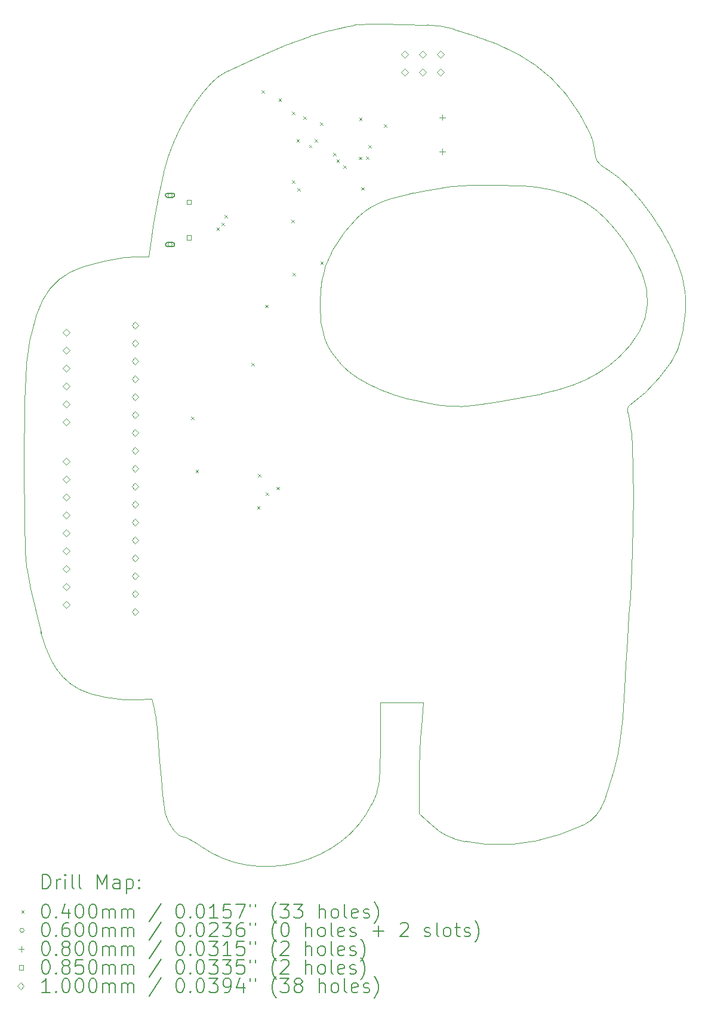
<source format=gbr>
%TF.GenerationSoftware,KiCad,Pcbnew,7.0.8*%
%TF.CreationDate,2023-11-08T08:48:10-05:00*%
%TF.ProjectId,Sleepduino,536c6565-7064-4756-996e-6f2e6b696361,rev?*%
%TF.SameCoordinates,Original*%
%TF.FileFunction,Drillmap*%
%TF.FilePolarity,Positive*%
%FSLAX45Y45*%
G04 Gerber Fmt 4.5, Leading zero omitted, Abs format (unit mm)*
G04 Created by KiCad (PCBNEW 7.0.8) date 2023-11-08 08:48:10*
%MOMM*%
%LPD*%
G01*
G04 APERTURE LIST*
%ADD10C,0.003000*%
%ADD11C,0.200000*%
%ADD12C,0.040000*%
%ADD13C,0.060000*%
%ADD14C,0.080000*%
%ADD15C,0.085000*%
%ADD16C,0.100000*%
G04 APERTURE END LIST*
D10*
X23377433Y-11832137D02*
X23410074Y-11184405D01*
X20783790Y-6009954D02*
X20859750Y-6000188D01*
X21360518Y-15339773D02*
G75*
G03*
X21696946Y-15338519I159182J2423763D01*
G01*
X14785175Y-10771955D02*
X14795951Y-11154521D01*
X20210860Y-9016046D02*
G75*
G03*
X20621419Y-9100058I930320J3501186D01*
G01*
X19836789Y-8888482D02*
G75*
G03*
X20210860Y-9016045I1110881J2645352D01*
G01*
X22885511Y-5581034D02*
G75*
G03*
X22910584Y-5643882I180149J35444D01*
G01*
X17931312Y-15628865D02*
G75*
G03*
X18646422Y-15599138I285308J1752835D01*
G01*
X16831831Y-15021718D02*
G75*
G03*
X16900415Y-15130478I591469J296978D01*
G01*
X17078799Y-15241291D02*
X17143825Y-15273102D01*
X15729073Y-13203113D02*
G75*
G03*
X15945133Y-13253432I608027J2121743D01*
G01*
X23141542Y-14293960D02*
X23201066Y-14045394D01*
X23957618Y-8501042D02*
G75*
G03*
X24051833Y-8323027I-683279J475562D01*
G01*
X23022870Y-6455517D02*
G75*
G03*
X22756135Y-6241356I-977810J-944663D01*
G01*
X19713087Y-14765075D02*
X19783459Y-14599455D01*
X16825471Y-5586080D02*
G75*
G03*
X16761687Y-5808486I2280499J-774370D01*
G01*
X20481518Y-6063144D02*
X20644358Y-6033506D01*
X19519752Y-6437434D02*
G75*
G03*
X19330437Y-6648936I1172388J-1239886D01*
G01*
X14782800Y-9956800D02*
X14785175Y-10771955D01*
X24118652Y-7287691D02*
G75*
G03*
X23946656Y-6851107I-2408672J-696749D01*
G01*
X14795951Y-11154521D02*
G75*
G03*
X14821351Y-11423342I3085269J155911D01*
G01*
X16643025Y-13488395D02*
G75*
G03*
X16627846Y-13404850I-671245J-78805D01*
G01*
X23201066Y-14045394D02*
X23240124Y-13815549D01*
X16594846Y-13271500D02*
X16627846Y-13404850D01*
X23337211Y-12426729D02*
X23359394Y-12086748D01*
X15020514Y-12333399D02*
G75*
G03*
X15162763Y-12715450I2066326J551850D01*
G01*
X19330437Y-6648936D02*
G75*
G03*
X19164349Y-6899142I1971353J-1488824D01*
G01*
X23373039Y-9355263D02*
X23343383Y-9213257D01*
X15945133Y-13253432D02*
G75*
G03*
X16173759Y-13283076I412927J2288212D01*
G01*
X23295628Y-13119100D02*
X23314789Y-12788947D01*
X22573004Y-8820346D02*
G75*
G03*
X22916703Y-8656339I-644384J1792526D01*
G01*
X17078800Y-15241290D02*
G75*
G03*
X17043112Y-15233650I-35690J-79540D01*
G01*
X20505844Y-3714064D02*
X20135850Y-3703988D01*
X22869829Y-5473683D02*
G75*
G03*
X22885510Y-5581035I1096621J105363D01*
G01*
X22388566Y-15194895D02*
G75*
G03*
X22720792Y-15060705I-1038496J3049435D01*
G01*
X23288930Y-6773641D02*
G75*
G03*
X23022869Y-6455518I-2349620J-1694769D01*
G01*
X19143295Y-8357903D02*
G75*
G03*
X19290005Y-8540951I1071295J708313D01*
G01*
X15888238Y-7069326D02*
X15635805Y-7138742D01*
X14788905Y-9047809D02*
X14782800Y-9956800D01*
X15635805Y-7138742D02*
G75*
G03*
X15443880Y-7217037I397555J-1248908D01*
G01*
X15283315Y-7320413D02*
G75*
G03*
X15150691Y-7453730I534635J-664477D01*
G01*
X22446908Y-6102312D02*
G75*
G03*
X22051231Y-6014171I-779838J-2568598D01*
G01*
X16685696Y-13908395D02*
X16705031Y-14153927D01*
X19720273Y-6289725D02*
G75*
G03*
X19519753Y-6437435I499467J-888005D01*
G01*
X22259527Y-4467824D02*
G75*
G03*
X22034629Y-4283480I-1609577J-1734306D01*
G01*
X14821351Y-11423342D02*
X14871366Y-11709400D01*
X15162764Y-12715450D02*
G75*
G03*
X15333816Y-12963897I901556J437600D01*
G01*
X22041721Y-15289962D02*
G75*
G03*
X22388566Y-15194895I-608501J2900352D01*
G01*
X20673683Y-15153160D02*
G75*
G03*
X20767766Y-15210419I347527J465100D01*
G01*
X19287107Y-15290463D02*
G75*
G03*
X19713087Y-14765075I-879347J1148353D01*
G01*
X16173759Y-13283075D02*
G75*
G03*
X16378531Y-13284877I115131J1447935D01*
G01*
X23359394Y-12086748D02*
X23377433Y-11832137D01*
X19521978Y-3705222D02*
G75*
G03*
X19469100Y-3712092I5742J-251148D01*
G01*
X22118685Y-8946987D02*
G75*
G03*
X22573004Y-8820346I-635715J3158847D01*
G01*
X18979375Y-7670800D02*
G75*
G03*
X18995521Y-7945765I2195015J-9070D01*
G01*
X20702574Y-3732501D02*
G75*
G03*
X20505844Y-3714064I-262114J-1738029D01*
G01*
X15564787Y-13138033D02*
G75*
G03*
X15729073Y-13203113I412893J802393D01*
G01*
X21124889Y-5984925D02*
X21477853Y-5983383D01*
X19164350Y-6899143D02*
G75*
G03*
X19057941Y-7132353I1143350J-662567D01*
G01*
X23410769Y-9664042D02*
G75*
G03*
X23373039Y-9355263I-1565489J-34598D01*
G01*
X16643025Y-13488395D02*
X16664131Y-13679898D01*
X20383500Y-14447394D02*
X20383500Y-14899387D01*
X16761687Y-5808486D02*
X16685949Y-6152364D01*
X16359612Y-7004051D02*
G75*
G03*
X16147052Y-7019901I-2J-1433179D01*
G01*
X23362202Y-9116764D02*
G75*
G03*
X23342213Y-9155810I48278J-49356D01*
G01*
X21149526Y-9105022D02*
X20959307Y-9121153D01*
X24160201Y-7520272D02*
G75*
G03*
X24118652Y-7287691I-1126321J-81208D01*
G01*
X20878668Y-3771616D02*
G75*
G03*
X20702574Y-3732501I-371468J-1256414D01*
G01*
X16616851Y-6516988D02*
X16571712Y-6823075D01*
X23220825Y-8427271D02*
G75*
G03*
X23512618Y-8058054I-1025925J1110701D01*
G01*
X23419577Y-10402036D02*
X23410770Y-9664042D01*
X16664131Y-13679898D02*
X16685696Y-13908395D01*
X20801079Y-9119206D02*
G75*
G03*
X20959307Y-9121153I96462J1408406D01*
G01*
X23624082Y-7665780D02*
G75*
G03*
X23548914Y-7240614I-1005722J41420D01*
G01*
X19126200Y-3791422D02*
G75*
G03*
X18836895Y-3872569I692020J-3023488D01*
G01*
X20644358Y-6033506D02*
X20783790Y-6009954D01*
X19783460Y-14599455D02*
G75*
G03*
X19815676Y-14472622I-560640J209915D01*
G01*
X24124395Y-8072392D02*
G75*
G03*
X24161231Y-7793441I-2065135J414613D01*
G01*
X22812529Y-5259750D02*
G75*
G03*
X22663831Y-4978593I-2458939J-1120580D01*
G01*
X16549781Y-7004050D02*
X16359612Y-7004050D01*
X21450300Y-9063751D02*
X21149526Y-9105022D01*
X19831050Y-13328650D02*
X20137838Y-13328650D01*
X22720792Y-15060704D02*
G75*
G03*
X22894754Y-14926507I-216592J460625D01*
G01*
X23314789Y-12788947D02*
X23337211Y-12426729D01*
X16685949Y-6152364D02*
X16616851Y-6516988D01*
X24161231Y-7793441D02*
G75*
G03*
X24160202Y-7520272I-1999641J129052D01*
G01*
X19424397Y-3722653D02*
X19336941Y-3742938D01*
X16900414Y-15130479D02*
G75*
G03*
X16976374Y-15209372I406856J315719D01*
G01*
X20444625Y-13328650D02*
X20414063Y-13662025D01*
X23681307Y-6407851D02*
G75*
G03*
X23367846Y-6021628I-2836207J-1981569D01*
G01*
X20877402Y-15252500D02*
X21038566Y-15293665D01*
X16976376Y-15209370D02*
G75*
G03*
X17043112Y-15233650I66734J79570D01*
G01*
X21788877Y-4128172D02*
G75*
G03*
X21500530Y-3989807I-1408787J-2566218D01*
G01*
X20135850Y-3703988D02*
X19904078Y-3701419D01*
X22118685Y-8946987D02*
X21450300Y-9063751D01*
X19057940Y-7132353D02*
G75*
G03*
X18999516Y-7379247I1219380J-418907D01*
G01*
X23593089Y-8930354D02*
G75*
G03*
X23787922Y-8721690I-2075949J2133634D01*
G01*
X17296047Y-15367957D02*
G75*
G03*
X17931312Y-15628864I878944J1236247D01*
G01*
X19815677Y-14472622D02*
G75*
G03*
X19828416Y-14306387I-1316867J184523D01*
G01*
X20767766Y-15210419D02*
G75*
G03*
X20877402Y-15252500I301034J620439D01*
G01*
X19904078Y-3701419D02*
X19696390Y-3702168D01*
X23787921Y-8721690D02*
G75*
G03*
X23957619Y-8501043I-2233011J1892970D01*
G01*
X23512617Y-8058053D02*
G75*
G03*
X23624082Y-7665780I-760967J428203D01*
G01*
X18999516Y-7379247D02*
G75*
G03*
X18979376Y-7670800I2234964J-300863D01*
G01*
X20414063Y-13662025D02*
X20402319Y-13821702D01*
X22051231Y-6014171D02*
G75*
G03*
X21822904Y-5992815I-326091J-2255139D01*
G01*
X18103954Y-4162702D02*
X17664952Y-4369585D01*
X23367846Y-6021628D02*
G75*
G03*
X23051406Y-5760153I-1186286J-1113442D01*
G01*
X22034629Y-4283480D02*
G75*
G03*
X21788877Y-4128171I-1383049J-1916380D01*
G01*
X20392478Y-14030244D02*
X20385726Y-14249976D01*
X16378531Y-13284877D02*
X16594846Y-13271500D01*
X16571712Y-6823075D02*
X16549781Y-7004050D01*
X19969727Y-6182883D02*
G75*
G03*
X19720273Y-6289726I369383J-1207057D01*
G01*
X19521731Y-8727040D02*
G75*
G03*
X19836789Y-8888483I1218099J1988990D01*
G01*
X22468661Y-4695690D02*
G75*
G03*
X22259527Y-4467825I-1523601J-1188450D01*
G01*
X16705031Y-14153927D02*
X16724624Y-14399385D01*
X19336941Y-3742938D02*
X19233895Y-3766710D01*
X23415585Y-9073571D02*
G75*
G03*
X23593090Y-8930354I-680595J1025141D01*
G01*
X20402319Y-13821702D02*
X20392478Y-14030244D01*
X19831050Y-13923278D02*
X19831050Y-13328650D01*
X23011413Y-14719406D02*
X23141542Y-14293960D01*
X19469100Y-3712092D02*
X19424397Y-3722653D01*
X20137838Y-13328650D02*
X20444625Y-13328650D01*
X17205852Y-4825025D02*
G75*
G03*
X16990823Y-5189327I2460228J-1697755D01*
G01*
X19290006Y-8540950D02*
G75*
G03*
X19521732Y-8727039I844024J813690D01*
G01*
X16147052Y-7019901D02*
X15888238Y-7069326D01*
X14871366Y-11709400D02*
X15020515Y-12333399D01*
X23410074Y-11184405D02*
X23419577Y-10402036D01*
X23268527Y-13537878D02*
X23295628Y-13119100D01*
X21696946Y-15338519D02*
G75*
G03*
X22041721Y-15289962I-190076J2597899D01*
G01*
X23051406Y-5760153D02*
X22957282Y-5694753D01*
X19047786Y-8166833D02*
G75*
G03*
X19143295Y-8357903I835684J298323D01*
G01*
X14958842Y-7826340D02*
G75*
G03*
X14864703Y-8181840I2996808J-983790D01*
G01*
X14864703Y-8181840D02*
G75*
G03*
X14813055Y-8544423I3040837J-618120D01*
G01*
X20385726Y-14249976D02*
X20383500Y-14447394D01*
X15333816Y-12963897D02*
G75*
G03*
X15564787Y-13138032I620424J582678D01*
G01*
X19233895Y-3766710D02*
X19126200Y-3791422D01*
X23342213Y-9155810D02*
G75*
G03*
X23343383Y-9213257I167647J-25320D01*
G01*
X18995521Y-7945764D02*
G75*
G03*
X19047786Y-8166833I1020339J124515D01*
G01*
X16785757Y-14901993D02*
G75*
G03*
X16831831Y-15021718I632183J174553D01*
G01*
X16990823Y-5189327D02*
G75*
G03*
X16825471Y-5586080I2850567J-1420843D01*
G01*
X23946655Y-6851107D02*
G75*
G03*
X23681307Y-6407851I-3274765J-1659333D01*
G01*
X22894755Y-14926508D02*
G75*
G03*
X23011413Y-14719406I-500635J418408D01*
G01*
X14813055Y-8544423D02*
X14788905Y-9047809D01*
X18494739Y-3997209D02*
X18103954Y-4162702D01*
X22756135Y-6241355D02*
G75*
G03*
X22446908Y-6102312I-695605J-1133625D01*
G01*
X16746970Y-14627659D02*
X16769189Y-14818834D01*
X24051832Y-8323027D02*
G75*
G03*
X24124395Y-8072392I-1457822J557887D01*
G01*
X22910582Y-5643883D02*
G75*
G03*
X22957282Y-5694753I164978J104583D01*
G01*
X20801079Y-9119206D02*
X20621419Y-9100058D01*
X17143825Y-15273102D02*
X17219029Y-15316534D01*
X18646422Y-15599138D02*
G75*
G03*
X19287106Y-15290462I-423672J1698608D01*
G01*
X18836895Y-3872569D02*
X18494739Y-3997209D01*
X20565556Y-15064160D02*
G75*
G03*
X20673684Y-15153159I1001194J1106200D01*
G01*
X23240124Y-13815549D02*
X23268527Y-13537878D01*
X22916704Y-8656340D02*
G75*
G03*
X23220826Y-8427271I-987184J1627050D01*
G01*
X17219029Y-15316534D02*
X17296048Y-15367956D01*
X20313760Y-6095857D02*
X20481518Y-6063144D01*
X20859750Y-6000188D02*
X21124889Y-5984925D01*
X23548914Y-7240614D02*
G75*
G03*
X23288930Y-6773641I-2118794J-873766D01*
G01*
X20313760Y-6095857D02*
G75*
G03*
X19969728Y-6182884I711570J-3536503D01*
G01*
X21500530Y-3989807D02*
X21145500Y-3856253D01*
X23415585Y-9073571D02*
G75*
G03*
X23362201Y-9116763I202035J-304290D01*
G01*
X17440896Y-4534689D02*
G75*
G03*
X17205852Y-4825025I1776204J-1678251D01*
G01*
X21145500Y-3856253D02*
X20878668Y-3771615D01*
X16724624Y-14399385D02*
X16746970Y-14627659D01*
X15043555Y-7621183D02*
G75*
G03*
X14958842Y-7826340I1333695J-670777D01*
G01*
X20383500Y-14899387D02*
X20565556Y-15064160D01*
X19696390Y-3702168D02*
X19521978Y-3705222D01*
X17664952Y-4369585D02*
G75*
G03*
X17440896Y-4534689I345039J-702816D01*
G01*
X19828416Y-14306387D02*
X19831050Y-13923278D01*
X22663831Y-4978593D02*
G75*
G03*
X22468661Y-4695690I-2511191J-1523657D01*
G01*
X15443880Y-7217037D02*
G75*
G03*
X15283314Y-7320412I407610J-809493D01*
G01*
X16769188Y-14818835D02*
G75*
G03*
X16785756Y-14901993I578932J72115D01*
G01*
X21038567Y-15293664D02*
G75*
G03*
X21360518Y-15339772I461074J2072394D01*
G01*
X22869829Y-5473682D02*
G75*
G03*
X22812529Y-5259750I-667469J-64138D01*
G01*
X21477853Y-5983383D02*
X21822904Y-5992815D01*
X15150691Y-7453730D02*
G75*
G03*
X15043556Y-7621184I755139J-601130D01*
G01*
D11*
D12*
X17153100Y-9270850D02*
X17193100Y-9310850D01*
X17193100Y-9270850D02*
X17153100Y-9310850D01*
X17215340Y-10026520D02*
X17255340Y-10066520D01*
X17255340Y-10026520D02*
X17215340Y-10066520D01*
X17509740Y-6586970D02*
X17549740Y-6626970D01*
X17549740Y-6586970D02*
X17509740Y-6626970D01*
X17580640Y-6516070D02*
X17620640Y-6556070D01*
X17620640Y-6516070D02*
X17580640Y-6556070D01*
X17622440Y-6410840D02*
X17662440Y-6450840D01*
X17662440Y-6410840D02*
X17622440Y-6450840D01*
X18005710Y-8505750D02*
X18045710Y-8545750D01*
X18045710Y-8505750D02*
X18005710Y-8545750D01*
X18085830Y-10539540D02*
X18125830Y-10579540D01*
X18125830Y-10539540D02*
X18085830Y-10579540D01*
X18102050Y-10084850D02*
X18142050Y-10124850D01*
X18142050Y-10084850D02*
X18102050Y-10124850D01*
X18150280Y-4640180D02*
X18190280Y-4680180D01*
X18190280Y-4640180D02*
X18150280Y-4680180D01*
X18198190Y-7683930D02*
X18238190Y-7723930D01*
X18238190Y-7683930D02*
X18198190Y-7723930D01*
X18210020Y-10346930D02*
X18250020Y-10386930D01*
X18250020Y-10346930D02*
X18210020Y-10386930D01*
X18362090Y-10266170D02*
X18402090Y-10306170D01*
X18402090Y-10266170D02*
X18362090Y-10306170D01*
X18390550Y-4755200D02*
X18430550Y-4795200D01*
X18430550Y-4755200D02*
X18390550Y-4795200D01*
X18571420Y-6475690D02*
X18611420Y-6515690D01*
X18611420Y-6475690D02*
X18571420Y-6515690D01*
X18579890Y-5920240D02*
X18619890Y-5960240D01*
X18619890Y-5920240D02*
X18579890Y-5960240D01*
X18584300Y-4945430D02*
X18624300Y-4985430D01*
X18624300Y-4945430D02*
X18584300Y-4985430D01*
X18592450Y-7227690D02*
X18632450Y-7267690D01*
X18632450Y-7227690D02*
X18592450Y-7267690D01*
X18645550Y-5332600D02*
X18685550Y-5372600D01*
X18685550Y-5332600D02*
X18645550Y-5372600D01*
X18655150Y-6026790D02*
X18695150Y-6066790D01*
X18695150Y-6026790D02*
X18655150Y-6066790D01*
X18744300Y-5011180D02*
X18784300Y-5051180D01*
X18784300Y-5011180D02*
X18744300Y-5051180D01*
X18824290Y-5412880D02*
X18864290Y-5452880D01*
X18864290Y-5412880D02*
X18824290Y-5452880D01*
X18901380Y-5335920D02*
X18941380Y-5375920D01*
X18941380Y-5335920D02*
X18901380Y-5375920D01*
X18980390Y-5096280D02*
X19020390Y-5136280D01*
X19020390Y-5096280D02*
X18980390Y-5136280D01*
X18984300Y-7066890D02*
X19024300Y-7106890D01*
X19024300Y-7066890D02*
X18984300Y-7106890D01*
X19167050Y-5525810D02*
X19207050Y-5565810D01*
X19207050Y-5525810D02*
X19167050Y-5565810D01*
X19212700Y-5622440D02*
X19252700Y-5662440D01*
X19252700Y-5622440D02*
X19212700Y-5662440D01*
X19312170Y-5705840D02*
X19352170Y-5745840D01*
X19352170Y-5705840D02*
X19312170Y-5745840D01*
X19529580Y-5584100D02*
X19569580Y-5624100D01*
X19569580Y-5584100D02*
X19529580Y-5624100D01*
X19535030Y-5028500D02*
X19575030Y-5068500D01*
X19575030Y-5028500D02*
X19535030Y-5068500D01*
X19564630Y-6014320D02*
X19604630Y-6054320D01*
X19604630Y-6014320D02*
X19564630Y-6054320D01*
X19630780Y-5581190D02*
X19670780Y-5621190D01*
X19670780Y-5581190D02*
X19630780Y-5621190D01*
X19667350Y-5418500D02*
X19707350Y-5458500D01*
X19707350Y-5418500D02*
X19667350Y-5458500D01*
X19884900Y-5120350D02*
X19924900Y-5160350D01*
X19924900Y-5120350D02*
X19884900Y-5160350D01*
D13*
X16882900Y-6129100D02*
G75*
G03*
X16882900Y-6129100I-30000J0D01*
G01*
D11*
X16817900Y-6159100D02*
X16887900Y-6159100D01*
X16887900Y-6159100D02*
G75*
G03*
X16887900Y-6099100I0J30000D01*
G01*
X16887900Y-6099100D02*
X16817900Y-6099100D01*
X16817900Y-6099100D02*
G75*
G03*
X16817900Y-6159100I0J-30000D01*
G01*
D13*
X16882900Y-6829100D02*
G75*
G03*
X16882900Y-6829100I-30000J0D01*
G01*
D11*
X16887900Y-6799100D02*
X16817900Y-6799100D01*
X16817900Y-6799100D02*
G75*
G03*
X16817900Y-6859100I0J-30000D01*
G01*
X16817900Y-6859100D02*
X16887900Y-6859100D01*
X16887900Y-6859100D02*
G75*
G03*
X16887900Y-6799100I0J30000D01*
G01*
D14*
X20713700Y-4983800D02*
X20713700Y-5063800D01*
X20673700Y-5023800D02*
X20753700Y-5023800D01*
X20713700Y-5471800D02*
X20713700Y-5551800D01*
X20673700Y-5511800D02*
X20753700Y-5511800D01*
D15*
X17152952Y-6259152D02*
X17152952Y-6199048D01*
X17092848Y-6199048D01*
X17092848Y-6259152D01*
X17152952Y-6259152D01*
X17152952Y-6759152D02*
X17152952Y-6699048D01*
X17092848Y-6699048D01*
X17092848Y-6759152D01*
X17152952Y-6759152D01*
D16*
X15379700Y-8127200D02*
X15429700Y-8077200D01*
X15379700Y-8027200D01*
X15329700Y-8077200D01*
X15379700Y-8127200D01*
X15379700Y-8381200D02*
X15429700Y-8331200D01*
X15379700Y-8281200D01*
X15329700Y-8331200D01*
X15379700Y-8381200D01*
X15379700Y-8635200D02*
X15429700Y-8585200D01*
X15379700Y-8535200D01*
X15329700Y-8585200D01*
X15379700Y-8635200D01*
X15379700Y-8889200D02*
X15429700Y-8839200D01*
X15379700Y-8789200D01*
X15329700Y-8839200D01*
X15379700Y-8889200D01*
X15379700Y-9143200D02*
X15429700Y-9093200D01*
X15379700Y-9043200D01*
X15329700Y-9093200D01*
X15379700Y-9143200D01*
X15379700Y-9397200D02*
X15429700Y-9347200D01*
X15379700Y-9297200D01*
X15329700Y-9347200D01*
X15379700Y-9397200D01*
X15379700Y-9956000D02*
X15429700Y-9906000D01*
X15379700Y-9856000D01*
X15329700Y-9906000D01*
X15379700Y-9956000D01*
X15379700Y-10210000D02*
X15429700Y-10160000D01*
X15379700Y-10110000D01*
X15329700Y-10160000D01*
X15379700Y-10210000D01*
X15379700Y-10464000D02*
X15429700Y-10414000D01*
X15379700Y-10364000D01*
X15329700Y-10414000D01*
X15379700Y-10464000D01*
X15379700Y-10718000D02*
X15429700Y-10668000D01*
X15379700Y-10618000D01*
X15329700Y-10668000D01*
X15379700Y-10718000D01*
X15379700Y-10972000D02*
X15429700Y-10922000D01*
X15379700Y-10872000D01*
X15329700Y-10922000D01*
X15379700Y-10972000D01*
X15379700Y-11226000D02*
X15429700Y-11176000D01*
X15379700Y-11126000D01*
X15329700Y-11176000D01*
X15379700Y-11226000D01*
X15379700Y-11480000D02*
X15429700Y-11430000D01*
X15379700Y-11380000D01*
X15329700Y-11430000D01*
X15379700Y-11480000D01*
X15379700Y-11734000D02*
X15429700Y-11684000D01*
X15379700Y-11634000D01*
X15329700Y-11684000D01*
X15379700Y-11734000D01*
X15379700Y-11988000D02*
X15429700Y-11938000D01*
X15379700Y-11888000D01*
X15329700Y-11938000D01*
X15379700Y-11988000D01*
X16357600Y-8025600D02*
X16407600Y-7975600D01*
X16357600Y-7925600D01*
X16307600Y-7975600D01*
X16357600Y-8025600D01*
X16357600Y-8279600D02*
X16407600Y-8229600D01*
X16357600Y-8179600D01*
X16307600Y-8229600D01*
X16357600Y-8279600D01*
X16357600Y-8533600D02*
X16407600Y-8483600D01*
X16357600Y-8433600D01*
X16307600Y-8483600D01*
X16357600Y-8533600D01*
X16357600Y-8787600D02*
X16407600Y-8737600D01*
X16357600Y-8687600D01*
X16307600Y-8737600D01*
X16357600Y-8787600D01*
X16357600Y-9041600D02*
X16407600Y-8991600D01*
X16357600Y-8941600D01*
X16307600Y-8991600D01*
X16357600Y-9041600D01*
X16357600Y-9295600D02*
X16407600Y-9245600D01*
X16357600Y-9195600D01*
X16307600Y-9245600D01*
X16357600Y-9295600D01*
X16357600Y-9549600D02*
X16407600Y-9499600D01*
X16357600Y-9449600D01*
X16307600Y-9499600D01*
X16357600Y-9549600D01*
X16357600Y-9803600D02*
X16407600Y-9753600D01*
X16357600Y-9703600D01*
X16307600Y-9753600D01*
X16357600Y-9803600D01*
X16357600Y-10057600D02*
X16407600Y-10007600D01*
X16357600Y-9957600D01*
X16307600Y-10007600D01*
X16357600Y-10057600D01*
X16357600Y-10311600D02*
X16407600Y-10261600D01*
X16357600Y-10211600D01*
X16307600Y-10261600D01*
X16357600Y-10311600D01*
X16357600Y-10565600D02*
X16407600Y-10515600D01*
X16357600Y-10465600D01*
X16307600Y-10515600D01*
X16357600Y-10565600D01*
X16357600Y-10819600D02*
X16407600Y-10769600D01*
X16357600Y-10719600D01*
X16307600Y-10769600D01*
X16357600Y-10819600D01*
X16357600Y-11073600D02*
X16407600Y-11023600D01*
X16357600Y-10973600D01*
X16307600Y-11023600D01*
X16357600Y-11073600D01*
X16357600Y-11327600D02*
X16407600Y-11277600D01*
X16357600Y-11227600D01*
X16307600Y-11277600D01*
X16357600Y-11327600D01*
X16357600Y-11581600D02*
X16407600Y-11531600D01*
X16357600Y-11481600D01*
X16307600Y-11531600D01*
X16357600Y-11581600D01*
X16357600Y-11835600D02*
X16407600Y-11785600D01*
X16357600Y-11735600D01*
X16307600Y-11785600D01*
X16357600Y-11835600D01*
X16357600Y-12089600D02*
X16407600Y-12039600D01*
X16357600Y-11989600D01*
X16307600Y-12039600D01*
X16357600Y-12089600D01*
X20180300Y-4177500D02*
X20230300Y-4127500D01*
X20180300Y-4077500D01*
X20130300Y-4127500D01*
X20180300Y-4177500D01*
X20180300Y-4431500D02*
X20230300Y-4381500D01*
X20180300Y-4331500D01*
X20130300Y-4381500D01*
X20180300Y-4431500D01*
X20434300Y-4177500D02*
X20484300Y-4127500D01*
X20434300Y-4077500D01*
X20384300Y-4127500D01*
X20434300Y-4177500D01*
X20434300Y-4431500D02*
X20484300Y-4381500D01*
X20434300Y-4331500D01*
X20384300Y-4381500D01*
X20434300Y-4431500D01*
X20688300Y-4177500D02*
X20738300Y-4127500D01*
X20688300Y-4077500D01*
X20638300Y-4127500D01*
X20688300Y-4177500D01*
X20688300Y-4431500D02*
X20738300Y-4381500D01*
X20688300Y-4331500D01*
X20638300Y-4381500D01*
X20688300Y-4431500D01*
D11*
X15043427Y-15963567D02*
X15043427Y-15763567D01*
X15043427Y-15763567D02*
X15091046Y-15763567D01*
X15091046Y-15763567D02*
X15119617Y-15773091D01*
X15119617Y-15773091D02*
X15138665Y-15792138D01*
X15138665Y-15792138D02*
X15148189Y-15811186D01*
X15148189Y-15811186D02*
X15157712Y-15849281D01*
X15157712Y-15849281D02*
X15157712Y-15877853D01*
X15157712Y-15877853D02*
X15148189Y-15915948D01*
X15148189Y-15915948D02*
X15138665Y-15934995D01*
X15138665Y-15934995D02*
X15119617Y-15954043D01*
X15119617Y-15954043D02*
X15091046Y-15963567D01*
X15091046Y-15963567D02*
X15043427Y-15963567D01*
X15243427Y-15963567D02*
X15243427Y-15830233D01*
X15243427Y-15868329D02*
X15252951Y-15849281D01*
X15252951Y-15849281D02*
X15262474Y-15839757D01*
X15262474Y-15839757D02*
X15281522Y-15830233D01*
X15281522Y-15830233D02*
X15300570Y-15830233D01*
X15367236Y-15963567D02*
X15367236Y-15830233D01*
X15367236Y-15763567D02*
X15357712Y-15773091D01*
X15357712Y-15773091D02*
X15367236Y-15782614D01*
X15367236Y-15782614D02*
X15376760Y-15773091D01*
X15376760Y-15773091D02*
X15367236Y-15763567D01*
X15367236Y-15763567D02*
X15367236Y-15782614D01*
X15491046Y-15963567D02*
X15471998Y-15954043D01*
X15471998Y-15954043D02*
X15462474Y-15934995D01*
X15462474Y-15934995D02*
X15462474Y-15763567D01*
X15595808Y-15963567D02*
X15576760Y-15954043D01*
X15576760Y-15954043D02*
X15567236Y-15934995D01*
X15567236Y-15934995D02*
X15567236Y-15763567D01*
X15824379Y-15963567D02*
X15824379Y-15763567D01*
X15824379Y-15763567D02*
X15891046Y-15906424D01*
X15891046Y-15906424D02*
X15957712Y-15763567D01*
X15957712Y-15763567D02*
X15957712Y-15963567D01*
X16138665Y-15963567D02*
X16138665Y-15858805D01*
X16138665Y-15858805D02*
X16129141Y-15839757D01*
X16129141Y-15839757D02*
X16110093Y-15830233D01*
X16110093Y-15830233D02*
X16071998Y-15830233D01*
X16071998Y-15830233D02*
X16052951Y-15839757D01*
X16138665Y-15954043D02*
X16119617Y-15963567D01*
X16119617Y-15963567D02*
X16071998Y-15963567D01*
X16071998Y-15963567D02*
X16052951Y-15954043D01*
X16052951Y-15954043D02*
X16043427Y-15934995D01*
X16043427Y-15934995D02*
X16043427Y-15915948D01*
X16043427Y-15915948D02*
X16052951Y-15896900D01*
X16052951Y-15896900D02*
X16071998Y-15887376D01*
X16071998Y-15887376D02*
X16119617Y-15887376D01*
X16119617Y-15887376D02*
X16138665Y-15877853D01*
X16233903Y-15830233D02*
X16233903Y-16030233D01*
X16233903Y-15839757D02*
X16252951Y-15830233D01*
X16252951Y-15830233D02*
X16291046Y-15830233D01*
X16291046Y-15830233D02*
X16310093Y-15839757D01*
X16310093Y-15839757D02*
X16319617Y-15849281D01*
X16319617Y-15849281D02*
X16329141Y-15868329D01*
X16329141Y-15868329D02*
X16329141Y-15925472D01*
X16329141Y-15925472D02*
X16319617Y-15944519D01*
X16319617Y-15944519D02*
X16310093Y-15954043D01*
X16310093Y-15954043D02*
X16291046Y-15963567D01*
X16291046Y-15963567D02*
X16252951Y-15963567D01*
X16252951Y-15963567D02*
X16233903Y-15954043D01*
X16414855Y-15944519D02*
X16424379Y-15954043D01*
X16424379Y-15954043D02*
X16414855Y-15963567D01*
X16414855Y-15963567D02*
X16405332Y-15954043D01*
X16405332Y-15954043D02*
X16414855Y-15944519D01*
X16414855Y-15944519D02*
X16414855Y-15963567D01*
X16414855Y-15839757D02*
X16424379Y-15849281D01*
X16424379Y-15849281D02*
X16414855Y-15858805D01*
X16414855Y-15858805D02*
X16405332Y-15849281D01*
X16405332Y-15849281D02*
X16414855Y-15839757D01*
X16414855Y-15839757D02*
X16414855Y-15858805D01*
D12*
X14742650Y-16272083D02*
X14782650Y-16312083D01*
X14782650Y-16272083D02*
X14742650Y-16312083D01*
D11*
X15081522Y-16183567D02*
X15100570Y-16183567D01*
X15100570Y-16183567D02*
X15119617Y-16193091D01*
X15119617Y-16193091D02*
X15129141Y-16202614D01*
X15129141Y-16202614D02*
X15138665Y-16221662D01*
X15138665Y-16221662D02*
X15148189Y-16259757D01*
X15148189Y-16259757D02*
X15148189Y-16307376D01*
X15148189Y-16307376D02*
X15138665Y-16345472D01*
X15138665Y-16345472D02*
X15129141Y-16364519D01*
X15129141Y-16364519D02*
X15119617Y-16374043D01*
X15119617Y-16374043D02*
X15100570Y-16383567D01*
X15100570Y-16383567D02*
X15081522Y-16383567D01*
X15081522Y-16383567D02*
X15062474Y-16374043D01*
X15062474Y-16374043D02*
X15052951Y-16364519D01*
X15052951Y-16364519D02*
X15043427Y-16345472D01*
X15043427Y-16345472D02*
X15033903Y-16307376D01*
X15033903Y-16307376D02*
X15033903Y-16259757D01*
X15033903Y-16259757D02*
X15043427Y-16221662D01*
X15043427Y-16221662D02*
X15052951Y-16202614D01*
X15052951Y-16202614D02*
X15062474Y-16193091D01*
X15062474Y-16193091D02*
X15081522Y-16183567D01*
X15233903Y-16364519D02*
X15243427Y-16374043D01*
X15243427Y-16374043D02*
X15233903Y-16383567D01*
X15233903Y-16383567D02*
X15224379Y-16374043D01*
X15224379Y-16374043D02*
X15233903Y-16364519D01*
X15233903Y-16364519D02*
X15233903Y-16383567D01*
X15414855Y-16250233D02*
X15414855Y-16383567D01*
X15367236Y-16174043D02*
X15319617Y-16316900D01*
X15319617Y-16316900D02*
X15443427Y-16316900D01*
X15557712Y-16183567D02*
X15576760Y-16183567D01*
X15576760Y-16183567D02*
X15595808Y-16193091D01*
X15595808Y-16193091D02*
X15605332Y-16202614D01*
X15605332Y-16202614D02*
X15614855Y-16221662D01*
X15614855Y-16221662D02*
X15624379Y-16259757D01*
X15624379Y-16259757D02*
X15624379Y-16307376D01*
X15624379Y-16307376D02*
X15614855Y-16345472D01*
X15614855Y-16345472D02*
X15605332Y-16364519D01*
X15605332Y-16364519D02*
X15595808Y-16374043D01*
X15595808Y-16374043D02*
X15576760Y-16383567D01*
X15576760Y-16383567D02*
X15557712Y-16383567D01*
X15557712Y-16383567D02*
X15538665Y-16374043D01*
X15538665Y-16374043D02*
X15529141Y-16364519D01*
X15529141Y-16364519D02*
X15519617Y-16345472D01*
X15519617Y-16345472D02*
X15510093Y-16307376D01*
X15510093Y-16307376D02*
X15510093Y-16259757D01*
X15510093Y-16259757D02*
X15519617Y-16221662D01*
X15519617Y-16221662D02*
X15529141Y-16202614D01*
X15529141Y-16202614D02*
X15538665Y-16193091D01*
X15538665Y-16193091D02*
X15557712Y-16183567D01*
X15748189Y-16183567D02*
X15767236Y-16183567D01*
X15767236Y-16183567D02*
X15786284Y-16193091D01*
X15786284Y-16193091D02*
X15795808Y-16202614D01*
X15795808Y-16202614D02*
X15805332Y-16221662D01*
X15805332Y-16221662D02*
X15814855Y-16259757D01*
X15814855Y-16259757D02*
X15814855Y-16307376D01*
X15814855Y-16307376D02*
X15805332Y-16345472D01*
X15805332Y-16345472D02*
X15795808Y-16364519D01*
X15795808Y-16364519D02*
X15786284Y-16374043D01*
X15786284Y-16374043D02*
X15767236Y-16383567D01*
X15767236Y-16383567D02*
X15748189Y-16383567D01*
X15748189Y-16383567D02*
X15729141Y-16374043D01*
X15729141Y-16374043D02*
X15719617Y-16364519D01*
X15719617Y-16364519D02*
X15710093Y-16345472D01*
X15710093Y-16345472D02*
X15700570Y-16307376D01*
X15700570Y-16307376D02*
X15700570Y-16259757D01*
X15700570Y-16259757D02*
X15710093Y-16221662D01*
X15710093Y-16221662D02*
X15719617Y-16202614D01*
X15719617Y-16202614D02*
X15729141Y-16193091D01*
X15729141Y-16193091D02*
X15748189Y-16183567D01*
X15900570Y-16383567D02*
X15900570Y-16250233D01*
X15900570Y-16269281D02*
X15910093Y-16259757D01*
X15910093Y-16259757D02*
X15929141Y-16250233D01*
X15929141Y-16250233D02*
X15957713Y-16250233D01*
X15957713Y-16250233D02*
X15976760Y-16259757D01*
X15976760Y-16259757D02*
X15986284Y-16278805D01*
X15986284Y-16278805D02*
X15986284Y-16383567D01*
X15986284Y-16278805D02*
X15995808Y-16259757D01*
X15995808Y-16259757D02*
X16014855Y-16250233D01*
X16014855Y-16250233D02*
X16043427Y-16250233D01*
X16043427Y-16250233D02*
X16062474Y-16259757D01*
X16062474Y-16259757D02*
X16071998Y-16278805D01*
X16071998Y-16278805D02*
X16071998Y-16383567D01*
X16167236Y-16383567D02*
X16167236Y-16250233D01*
X16167236Y-16269281D02*
X16176760Y-16259757D01*
X16176760Y-16259757D02*
X16195808Y-16250233D01*
X16195808Y-16250233D02*
X16224379Y-16250233D01*
X16224379Y-16250233D02*
X16243427Y-16259757D01*
X16243427Y-16259757D02*
X16252951Y-16278805D01*
X16252951Y-16278805D02*
X16252951Y-16383567D01*
X16252951Y-16278805D02*
X16262474Y-16259757D01*
X16262474Y-16259757D02*
X16281522Y-16250233D01*
X16281522Y-16250233D02*
X16310093Y-16250233D01*
X16310093Y-16250233D02*
X16329141Y-16259757D01*
X16329141Y-16259757D02*
X16338665Y-16278805D01*
X16338665Y-16278805D02*
X16338665Y-16383567D01*
X16729141Y-16174043D02*
X16557713Y-16431186D01*
X16986284Y-16183567D02*
X17005332Y-16183567D01*
X17005332Y-16183567D02*
X17024379Y-16193091D01*
X17024379Y-16193091D02*
X17033903Y-16202614D01*
X17033903Y-16202614D02*
X17043427Y-16221662D01*
X17043427Y-16221662D02*
X17052951Y-16259757D01*
X17052951Y-16259757D02*
X17052951Y-16307376D01*
X17052951Y-16307376D02*
X17043427Y-16345472D01*
X17043427Y-16345472D02*
X17033903Y-16364519D01*
X17033903Y-16364519D02*
X17024379Y-16374043D01*
X17024379Y-16374043D02*
X17005332Y-16383567D01*
X17005332Y-16383567D02*
X16986284Y-16383567D01*
X16986284Y-16383567D02*
X16967237Y-16374043D01*
X16967237Y-16374043D02*
X16957713Y-16364519D01*
X16957713Y-16364519D02*
X16948189Y-16345472D01*
X16948189Y-16345472D02*
X16938665Y-16307376D01*
X16938665Y-16307376D02*
X16938665Y-16259757D01*
X16938665Y-16259757D02*
X16948189Y-16221662D01*
X16948189Y-16221662D02*
X16957713Y-16202614D01*
X16957713Y-16202614D02*
X16967237Y-16193091D01*
X16967237Y-16193091D02*
X16986284Y-16183567D01*
X17138665Y-16364519D02*
X17148189Y-16374043D01*
X17148189Y-16374043D02*
X17138665Y-16383567D01*
X17138665Y-16383567D02*
X17129141Y-16374043D01*
X17129141Y-16374043D02*
X17138665Y-16364519D01*
X17138665Y-16364519D02*
X17138665Y-16383567D01*
X17271998Y-16183567D02*
X17291046Y-16183567D01*
X17291046Y-16183567D02*
X17310094Y-16193091D01*
X17310094Y-16193091D02*
X17319618Y-16202614D01*
X17319618Y-16202614D02*
X17329141Y-16221662D01*
X17329141Y-16221662D02*
X17338665Y-16259757D01*
X17338665Y-16259757D02*
X17338665Y-16307376D01*
X17338665Y-16307376D02*
X17329141Y-16345472D01*
X17329141Y-16345472D02*
X17319618Y-16364519D01*
X17319618Y-16364519D02*
X17310094Y-16374043D01*
X17310094Y-16374043D02*
X17291046Y-16383567D01*
X17291046Y-16383567D02*
X17271998Y-16383567D01*
X17271998Y-16383567D02*
X17252951Y-16374043D01*
X17252951Y-16374043D02*
X17243427Y-16364519D01*
X17243427Y-16364519D02*
X17233903Y-16345472D01*
X17233903Y-16345472D02*
X17224379Y-16307376D01*
X17224379Y-16307376D02*
X17224379Y-16259757D01*
X17224379Y-16259757D02*
X17233903Y-16221662D01*
X17233903Y-16221662D02*
X17243427Y-16202614D01*
X17243427Y-16202614D02*
X17252951Y-16193091D01*
X17252951Y-16193091D02*
X17271998Y-16183567D01*
X17529141Y-16383567D02*
X17414856Y-16383567D01*
X17471998Y-16383567D02*
X17471998Y-16183567D01*
X17471998Y-16183567D02*
X17452951Y-16212138D01*
X17452951Y-16212138D02*
X17433903Y-16231186D01*
X17433903Y-16231186D02*
X17414856Y-16240710D01*
X17710094Y-16183567D02*
X17614856Y-16183567D01*
X17614856Y-16183567D02*
X17605332Y-16278805D01*
X17605332Y-16278805D02*
X17614856Y-16269281D01*
X17614856Y-16269281D02*
X17633903Y-16259757D01*
X17633903Y-16259757D02*
X17681522Y-16259757D01*
X17681522Y-16259757D02*
X17700570Y-16269281D01*
X17700570Y-16269281D02*
X17710094Y-16278805D01*
X17710094Y-16278805D02*
X17719618Y-16297853D01*
X17719618Y-16297853D02*
X17719618Y-16345472D01*
X17719618Y-16345472D02*
X17710094Y-16364519D01*
X17710094Y-16364519D02*
X17700570Y-16374043D01*
X17700570Y-16374043D02*
X17681522Y-16383567D01*
X17681522Y-16383567D02*
X17633903Y-16383567D01*
X17633903Y-16383567D02*
X17614856Y-16374043D01*
X17614856Y-16374043D02*
X17605332Y-16364519D01*
X17786284Y-16183567D02*
X17919618Y-16183567D01*
X17919618Y-16183567D02*
X17833903Y-16383567D01*
X17986284Y-16183567D02*
X17986284Y-16221662D01*
X18062475Y-16183567D02*
X18062475Y-16221662D01*
X18357713Y-16459757D02*
X18348189Y-16450233D01*
X18348189Y-16450233D02*
X18329141Y-16421662D01*
X18329141Y-16421662D02*
X18319618Y-16402614D01*
X18319618Y-16402614D02*
X18310094Y-16374043D01*
X18310094Y-16374043D02*
X18300570Y-16326424D01*
X18300570Y-16326424D02*
X18300570Y-16288329D01*
X18300570Y-16288329D02*
X18310094Y-16240710D01*
X18310094Y-16240710D02*
X18319618Y-16212138D01*
X18319618Y-16212138D02*
X18329141Y-16193091D01*
X18329141Y-16193091D02*
X18348189Y-16164519D01*
X18348189Y-16164519D02*
X18357713Y-16154995D01*
X18414856Y-16183567D02*
X18538665Y-16183567D01*
X18538665Y-16183567D02*
X18471999Y-16259757D01*
X18471999Y-16259757D02*
X18500570Y-16259757D01*
X18500570Y-16259757D02*
X18519618Y-16269281D01*
X18519618Y-16269281D02*
X18529141Y-16278805D01*
X18529141Y-16278805D02*
X18538665Y-16297853D01*
X18538665Y-16297853D02*
X18538665Y-16345472D01*
X18538665Y-16345472D02*
X18529141Y-16364519D01*
X18529141Y-16364519D02*
X18519618Y-16374043D01*
X18519618Y-16374043D02*
X18500570Y-16383567D01*
X18500570Y-16383567D02*
X18443427Y-16383567D01*
X18443427Y-16383567D02*
X18424380Y-16374043D01*
X18424380Y-16374043D02*
X18414856Y-16364519D01*
X18605332Y-16183567D02*
X18729141Y-16183567D01*
X18729141Y-16183567D02*
X18662475Y-16259757D01*
X18662475Y-16259757D02*
X18691046Y-16259757D01*
X18691046Y-16259757D02*
X18710094Y-16269281D01*
X18710094Y-16269281D02*
X18719618Y-16278805D01*
X18719618Y-16278805D02*
X18729141Y-16297853D01*
X18729141Y-16297853D02*
X18729141Y-16345472D01*
X18729141Y-16345472D02*
X18719618Y-16364519D01*
X18719618Y-16364519D02*
X18710094Y-16374043D01*
X18710094Y-16374043D02*
X18691046Y-16383567D01*
X18691046Y-16383567D02*
X18633903Y-16383567D01*
X18633903Y-16383567D02*
X18614856Y-16374043D01*
X18614856Y-16374043D02*
X18605332Y-16364519D01*
X18967237Y-16383567D02*
X18967237Y-16183567D01*
X19052951Y-16383567D02*
X19052951Y-16278805D01*
X19052951Y-16278805D02*
X19043427Y-16259757D01*
X19043427Y-16259757D02*
X19024380Y-16250233D01*
X19024380Y-16250233D02*
X18995808Y-16250233D01*
X18995808Y-16250233D02*
X18976761Y-16259757D01*
X18976761Y-16259757D02*
X18967237Y-16269281D01*
X19176761Y-16383567D02*
X19157713Y-16374043D01*
X19157713Y-16374043D02*
X19148189Y-16364519D01*
X19148189Y-16364519D02*
X19138665Y-16345472D01*
X19138665Y-16345472D02*
X19138665Y-16288329D01*
X19138665Y-16288329D02*
X19148189Y-16269281D01*
X19148189Y-16269281D02*
X19157713Y-16259757D01*
X19157713Y-16259757D02*
X19176761Y-16250233D01*
X19176761Y-16250233D02*
X19205332Y-16250233D01*
X19205332Y-16250233D02*
X19224380Y-16259757D01*
X19224380Y-16259757D02*
X19233903Y-16269281D01*
X19233903Y-16269281D02*
X19243427Y-16288329D01*
X19243427Y-16288329D02*
X19243427Y-16345472D01*
X19243427Y-16345472D02*
X19233903Y-16364519D01*
X19233903Y-16364519D02*
X19224380Y-16374043D01*
X19224380Y-16374043D02*
X19205332Y-16383567D01*
X19205332Y-16383567D02*
X19176761Y-16383567D01*
X19357713Y-16383567D02*
X19338665Y-16374043D01*
X19338665Y-16374043D02*
X19329142Y-16354995D01*
X19329142Y-16354995D02*
X19329142Y-16183567D01*
X19510094Y-16374043D02*
X19491046Y-16383567D01*
X19491046Y-16383567D02*
X19452951Y-16383567D01*
X19452951Y-16383567D02*
X19433903Y-16374043D01*
X19433903Y-16374043D02*
X19424380Y-16354995D01*
X19424380Y-16354995D02*
X19424380Y-16278805D01*
X19424380Y-16278805D02*
X19433903Y-16259757D01*
X19433903Y-16259757D02*
X19452951Y-16250233D01*
X19452951Y-16250233D02*
X19491046Y-16250233D01*
X19491046Y-16250233D02*
X19510094Y-16259757D01*
X19510094Y-16259757D02*
X19519618Y-16278805D01*
X19519618Y-16278805D02*
X19519618Y-16297853D01*
X19519618Y-16297853D02*
X19424380Y-16316900D01*
X19595808Y-16374043D02*
X19614856Y-16383567D01*
X19614856Y-16383567D02*
X19652951Y-16383567D01*
X19652951Y-16383567D02*
X19671999Y-16374043D01*
X19671999Y-16374043D02*
X19681523Y-16354995D01*
X19681523Y-16354995D02*
X19681523Y-16345472D01*
X19681523Y-16345472D02*
X19671999Y-16326424D01*
X19671999Y-16326424D02*
X19652951Y-16316900D01*
X19652951Y-16316900D02*
X19624380Y-16316900D01*
X19624380Y-16316900D02*
X19605332Y-16307376D01*
X19605332Y-16307376D02*
X19595808Y-16288329D01*
X19595808Y-16288329D02*
X19595808Y-16278805D01*
X19595808Y-16278805D02*
X19605332Y-16259757D01*
X19605332Y-16259757D02*
X19624380Y-16250233D01*
X19624380Y-16250233D02*
X19652951Y-16250233D01*
X19652951Y-16250233D02*
X19671999Y-16259757D01*
X19748189Y-16459757D02*
X19757713Y-16450233D01*
X19757713Y-16450233D02*
X19776761Y-16421662D01*
X19776761Y-16421662D02*
X19786284Y-16402614D01*
X19786284Y-16402614D02*
X19795808Y-16374043D01*
X19795808Y-16374043D02*
X19805332Y-16326424D01*
X19805332Y-16326424D02*
X19805332Y-16288329D01*
X19805332Y-16288329D02*
X19795808Y-16240710D01*
X19795808Y-16240710D02*
X19786284Y-16212138D01*
X19786284Y-16212138D02*
X19776761Y-16193091D01*
X19776761Y-16193091D02*
X19757713Y-16164519D01*
X19757713Y-16164519D02*
X19748189Y-16154995D01*
D13*
X14782650Y-16556083D02*
G75*
G03*
X14782650Y-16556083I-30000J0D01*
G01*
D11*
X15081522Y-16447567D02*
X15100570Y-16447567D01*
X15100570Y-16447567D02*
X15119617Y-16457091D01*
X15119617Y-16457091D02*
X15129141Y-16466614D01*
X15129141Y-16466614D02*
X15138665Y-16485662D01*
X15138665Y-16485662D02*
X15148189Y-16523757D01*
X15148189Y-16523757D02*
X15148189Y-16571376D01*
X15148189Y-16571376D02*
X15138665Y-16609472D01*
X15138665Y-16609472D02*
X15129141Y-16628519D01*
X15129141Y-16628519D02*
X15119617Y-16638043D01*
X15119617Y-16638043D02*
X15100570Y-16647567D01*
X15100570Y-16647567D02*
X15081522Y-16647567D01*
X15081522Y-16647567D02*
X15062474Y-16638043D01*
X15062474Y-16638043D02*
X15052951Y-16628519D01*
X15052951Y-16628519D02*
X15043427Y-16609472D01*
X15043427Y-16609472D02*
X15033903Y-16571376D01*
X15033903Y-16571376D02*
X15033903Y-16523757D01*
X15033903Y-16523757D02*
X15043427Y-16485662D01*
X15043427Y-16485662D02*
X15052951Y-16466614D01*
X15052951Y-16466614D02*
X15062474Y-16457091D01*
X15062474Y-16457091D02*
X15081522Y-16447567D01*
X15233903Y-16628519D02*
X15243427Y-16638043D01*
X15243427Y-16638043D02*
X15233903Y-16647567D01*
X15233903Y-16647567D02*
X15224379Y-16638043D01*
X15224379Y-16638043D02*
X15233903Y-16628519D01*
X15233903Y-16628519D02*
X15233903Y-16647567D01*
X15414855Y-16447567D02*
X15376760Y-16447567D01*
X15376760Y-16447567D02*
X15357712Y-16457091D01*
X15357712Y-16457091D02*
X15348189Y-16466614D01*
X15348189Y-16466614D02*
X15329141Y-16495186D01*
X15329141Y-16495186D02*
X15319617Y-16533281D01*
X15319617Y-16533281D02*
X15319617Y-16609472D01*
X15319617Y-16609472D02*
X15329141Y-16628519D01*
X15329141Y-16628519D02*
X15338665Y-16638043D01*
X15338665Y-16638043D02*
X15357712Y-16647567D01*
X15357712Y-16647567D02*
X15395808Y-16647567D01*
X15395808Y-16647567D02*
X15414855Y-16638043D01*
X15414855Y-16638043D02*
X15424379Y-16628519D01*
X15424379Y-16628519D02*
X15433903Y-16609472D01*
X15433903Y-16609472D02*
X15433903Y-16561853D01*
X15433903Y-16561853D02*
X15424379Y-16542805D01*
X15424379Y-16542805D02*
X15414855Y-16533281D01*
X15414855Y-16533281D02*
X15395808Y-16523757D01*
X15395808Y-16523757D02*
X15357712Y-16523757D01*
X15357712Y-16523757D02*
X15338665Y-16533281D01*
X15338665Y-16533281D02*
X15329141Y-16542805D01*
X15329141Y-16542805D02*
X15319617Y-16561853D01*
X15557712Y-16447567D02*
X15576760Y-16447567D01*
X15576760Y-16447567D02*
X15595808Y-16457091D01*
X15595808Y-16457091D02*
X15605332Y-16466614D01*
X15605332Y-16466614D02*
X15614855Y-16485662D01*
X15614855Y-16485662D02*
X15624379Y-16523757D01*
X15624379Y-16523757D02*
X15624379Y-16571376D01*
X15624379Y-16571376D02*
X15614855Y-16609472D01*
X15614855Y-16609472D02*
X15605332Y-16628519D01*
X15605332Y-16628519D02*
X15595808Y-16638043D01*
X15595808Y-16638043D02*
X15576760Y-16647567D01*
X15576760Y-16647567D02*
X15557712Y-16647567D01*
X15557712Y-16647567D02*
X15538665Y-16638043D01*
X15538665Y-16638043D02*
X15529141Y-16628519D01*
X15529141Y-16628519D02*
X15519617Y-16609472D01*
X15519617Y-16609472D02*
X15510093Y-16571376D01*
X15510093Y-16571376D02*
X15510093Y-16523757D01*
X15510093Y-16523757D02*
X15519617Y-16485662D01*
X15519617Y-16485662D02*
X15529141Y-16466614D01*
X15529141Y-16466614D02*
X15538665Y-16457091D01*
X15538665Y-16457091D02*
X15557712Y-16447567D01*
X15748189Y-16447567D02*
X15767236Y-16447567D01*
X15767236Y-16447567D02*
X15786284Y-16457091D01*
X15786284Y-16457091D02*
X15795808Y-16466614D01*
X15795808Y-16466614D02*
X15805332Y-16485662D01*
X15805332Y-16485662D02*
X15814855Y-16523757D01*
X15814855Y-16523757D02*
X15814855Y-16571376D01*
X15814855Y-16571376D02*
X15805332Y-16609472D01*
X15805332Y-16609472D02*
X15795808Y-16628519D01*
X15795808Y-16628519D02*
X15786284Y-16638043D01*
X15786284Y-16638043D02*
X15767236Y-16647567D01*
X15767236Y-16647567D02*
X15748189Y-16647567D01*
X15748189Y-16647567D02*
X15729141Y-16638043D01*
X15729141Y-16638043D02*
X15719617Y-16628519D01*
X15719617Y-16628519D02*
X15710093Y-16609472D01*
X15710093Y-16609472D02*
X15700570Y-16571376D01*
X15700570Y-16571376D02*
X15700570Y-16523757D01*
X15700570Y-16523757D02*
X15710093Y-16485662D01*
X15710093Y-16485662D02*
X15719617Y-16466614D01*
X15719617Y-16466614D02*
X15729141Y-16457091D01*
X15729141Y-16457091D02*
X15748189Y-16447567D01*
X15900570Y-16647567D02*
X15900570Y-16514233D01*
X15900570Y-16533281D02*
X15910093Y-16523757D01*
X15910093Y-16523757D02*
X15929141Y-16514233D01*
X15929141Y-16514233D02*
X15957713Y-16514233D01*
X15957713Y-16514233D02*
X15976760Y-16523757D01*
X15976760Y-16523757D02*
X15986284Y-16542805D01*
X15986284Y-16542805D02*
X15986284Y-16647567D01*
X15986284Y-16542805D02*
X15995808Y-16523757D01*
X15995808Y-16523757D02*
X16014855Y-16514233D01*
X16014855Y-16514233D02*
X16043427Y-16514233D01*
X16043427Y-16514233D02*
X16062474Y-16523757D01*
X16062474Y-16523757D02*
X16071998Y-16542805D01*
X16071998Y-16542805D02*
X16071998Y-16647567D01*
X16167236Y-16647567D02*
X16167236Y-16514233D01*
X16167236Y-16533281D02*
X16176760Y-16523757D01*
X16176760Y-16523757D02*
X16195808Y-16514233D01*
X16195808Y-16514233D02*
X16224379Y-16514233D01*
X16224379Y-16514233D02*
X16243427Y-16523757D01*
X16243427Y-16523757D02*
X16252951Y-16542805D01*
X16252951Y-16542805D02*
X16252951Y-16647567D01*
X16252951Y-16542805D02*
X16262474Y-16523757D01*
X16262474Y-16523757D02*
X16281522Y-16514233D01*
X16281522Y-16514233D02*
X16310093Y-16514233D01*
X16310093Y-16514233D02*
X16329141Y-16523757D01*
X16329141Y-16523757D02*
X16338665Y-16542805D01*
X16338665Y-16542805D02*
X16338665Y-16647567D01*
X16729141Y-16438043D02*
X16557713Y-16695186D01*
X16986284Y-16447567D02*
X17005332Y-16447567D01*
X17005332Y-16447567D02*
X17024379Y-16457091D01*
X17024379Y-16457091D02*
X17033903Y-16466614D01*
X17033903Y-16466614D02*
X17043427Y-16485662D01*
X17043427Y-16485662D02*
X17052951Y-16523757D01*
X17052951Y-16523757D02*
X17052951Y-16571376D01*
X17052951Y-16571376D02*
X17043427Y-16609472D01*
X17043427Y-16609472D02*
X17033903Y-16628519D01*
X17033903Y-16628519D02*
X17024379Y-16638043D01*
X17024379Y-16638043D02*
X17005332Y-16647567D01*
X17005332Y-16647567D02*
X16986284Y-16647567D01*
X16986284Y-16647567D02*
X16967237Y-16638043D01*
X16967237Y-16638043D02*
X16957713Y-16628519D01*
X16957713Y-16628519D02*
X16948189Y-16609472D01*
X16948189Y-16609472D02*
X16938665Y-16571376D01*
X16938665Y-16571376D02*
X16938665Y-16523757D01*
X16938665Y-16523757D02*
X16948189Y-16485662D01*
X16948189Y-16485662D02*
X16957713Y-16466614D01*
X16957713Y-16466614D02*
X16967237Y-16457091D01*
X16967237Y-16457091D02*
X16986284Y-16447567D01*
X17138665Y-16628519D02*
X17148189Y-16638043D01*
X17148189Y-16638043D02*
X17138665Y-16647567D01*
X17138665Y-16647567D02*
X17129141Y-16638043D01*
X17129141Y-16638043D02*
X17138665Y-16628519D01*
X17138665Y-16628519D02*
X17138665Y-16647567D01*
X17271998Y-16447567D02*
X17291046Y-16447567D01*
X17291046Y-16447567D02*
X17310094Y-16457091D01*
X17310094Y-16457091D02*
X17319618Y-16466614D01*
X17319618Y-16466614D02*
X17329141Y-16485662D01*
X17329141Y-16485662D02*
X17338665Y-16523757D01*
X17338665Y-16523757D02*
X17338665Y-16571376D01*
X17338665Y-16571376D02*
X17329141Y-16609472D01*
X17329141Y-16609472D02*
X17319618Y-16628519D01*
X17319618Y-16628519D02*
X17310094Y-16638043D01*
X17310094Y-16638043D02*
X17291046Y-16647567D01*
X17291046Y-16647567D02*
X17271998Y-16647567D01*
X17271998Y-16647567D02*
X17252951Y-16638043D01*
X17252951Y-16638043D02*
X17243427Y-16628519D01*
X17243427Y-16628519D02*
X17233903Y-16609472D01*
X17233903Y-16609472D02*
X17224379Y-16571376D01*
X17224379Y-16571376D02*
X17224379Y-16523757D01*
X17224379Y-16523757D02*
X17233903Y-16485662D01*
X17233903Y-16485662D02*
X17243427Y-16466614D01*
X17243427Y-16466614D02*
X17252951Y-16457091D01*
X17252951Y-16457091D02*
X17271998Y-16447567D01*
X17414856Y-16466614D02*
X17424379Y-16457091D01*
X17424379Y-16457091D02*
X17443427Y-16447567D01*
X17443427Y-16447567D02*
X17491046Y-16447567D01*
X17491046Y-16447567D02*
X17510094Y-16457091D01*
X17510094Y-16457091D02*
X17519618Y-16466614D01*
X17519618Y-16466614D02*
X17529141Y-16485662D01*
X17529141Y-16485662D02*
X17529141Y-16504710D01*
X17529141Y-16504710D02*
X17519618Y-16533281D01*
X17519618Y-16533281D02*
X17405332Y-16647567D01*
X17405332Y-16647567D02*
X17529141Y-16647567D01*
X17595808Y-16447567D02*
X17719618Y-16447567D01*
X17719618Y-16447567D02*
X17652951Y-16523757D01*
X17652951Y-16523757D02*
X17681522Y-16523757D01*
X17681522Y-16523757D02*
X17700570Y-16533281D01*
X17700570Y-16533281D02*
X17710094Y-16542805D01*
X17710094Y-16542805D02*
X17719618Y-16561853D01*
X17719618Y-16561853D02*
X17719618Y-16609472D01*
X17719618Y-16609472D02*
X17710094Y-16628519D01*
X17710094Y-16628519D02*
X17700570Y-16638043D01*
X17700570Y-16638043D02*
X17681522Y-16647567D01*
X17681522Y-16647567D02*
X17624379Y-16647567D01*
X17624379Y-16647567D02*
X17605332Y-16638043D01*
X17605332Y-16638043D02*
X17595808Y-16628519D01*
X17891046Y-16447567D02*
X17852951Y-16447567D01*
X17852951Y-16447567D02*
X17833903Y-16457091D01*
X17833903Y-16457091D02*
X17824379Y-16466614D01*
X17824379Y-16466614D02*
X17805332Y-16495186D01*
X17805332Y-16495186D02*
X17795808Y-16533281D01*
X17795808Y-16533281D02*
X17795808Y-16609472D01*
X17795808Y-16609472D02*
X17805332Y-16628519D01*
X17805332Y-16628519D02*
X17814856Y-16638043D01*
X17814856Y-16638043D02*
X17833903Y-16647567D01*
X17833903Y-16647567D02*
X17871999Y-16647567D01*
X17871999Y-16647567D02*
X17891046Y-16638043D01*
X17891046Y-16638043D02*
X17900570Y-16628519D01*
X17900570Y-16628519D02*
X17910094Y-16609472D01*
X17910094Y-16609472D02*
X17910094Y-16561853D01*
X17910094Y-16561853D02*
X17900570Y-16542805D01*
X17900570Y-16542805D02*
X17891046Y-16533281D01*
X17891046Y-16533281D02*
X17871999Y-16523757D01*
X17871999Y-16523757D02*
X17833903Y-16523757D01*
X17833903Y-16523757D02*
X17814856Y-16533281D01*
X17814856Y-16533281D02*
X17805332Y-16542805D01*
X17805332Y-16542805D02*
X17795808Y-16561853D01*
X17986284Y-16447567D02*
X17986284Y-16485662D01*
X18062475Y-16447567D02*
X18062475Y-16485662D01*
X18357713Y-16723757D02*
X18348189Y-16714233D01*
X18348189Y-16714233D02*
X18329141Y-16685662D01*
X18329141Y-16685662D02*
X18319618Y-16666614D01*
X18319618Y-16666614D02*
X18310094Y-16638043D01*
X18310094Y-16638043D02*
X18300570Y-16590424D01*
X18300570Y-16590424D02*
X18300570Y-16552329D01*
X18300570Y-16552329D02*
X18310094Y-16504710D01*
X18310094Y-16504710D02*
X18319618Y-16476138D01*
X18319618Y-16476138D02*
X18329141Y-16457091D01*
X18329141Y-16457091D02*
X18348189Y-16428519D01*
X18348189Y-16428519D02*
X18357713Y-16418995D01*
X18471999Y-16447567D02*
X18491046Y-16447567D01*
X18491046Y-16447567D02*
X18510094Y-16457091D01*
X18510094Y-16457091D02*
X18519618Y-16466614D01*
X18519618Y-16466614D02*
X18529141Y-16485662D01*
X18529141Y-16485662D02*
X18538665Y-16523757D01*
X18538665Y-16523757D02*
X18538665Y-16571376D01*
X18538665Y-16571376D02*
X18529141Y-16609472D01*
X18529141Y-16609472D02*
X18519618Y-16628519D01*
X18519618Y-16628519D02*
X18510094Y-16638043D01*
X18510094Y-16638043D02*
X18491046Y-16647567D01*
X18491046Y-16647567D02*
X18471999Y-16647567D01*
X18471999Y-16647567D02*
X18452951Y-16638043D01*
X18452951Y-16638043D02*
X18443427Y-16628519D01*
X18443427Y-16628519D02*
X18433903Y-16609472D01*
X18433903Y-16609472D02*
X18424380Y-16571376D01*
X18424380Y-16571376D02*
X18424380Y-16523757D01*
X18424380Y-16523757D02*
X18433903Y-16485662D01*
X18433903Y-16485662D02*
X18443427Y-16466614D01*
X18443427Y-16466614D02*
X18452951Y-16457091D01*
X18452951Y-16457091D02*
X18471999Y-16447567D01*
X18776761Y-16647567D02*
X18776761Y-16447567D01*
X18862475Y-16647567D02*
X18862475Y-16542805D01*
X18862475Y-16542805D02*
X18852951Y-16523757D01*
X18852951Y-16523757D02*
X18833903Y-16514233D01*
X18833903Y-16514233D02*
X18805332Y-16514233D01*
X18805332Y-16514233D02*
X18786284Y-16523757D01*
X18786284Y-16523757D02*
X18776761Y-16533281D01*
X18986284Y-16647567D02*
X18967237Y-16638043D01*
X18967237Y-16638043D02*
X18957713Y-16628519D01*
X18957713Y-16628519D02*
X18948189Y-16609472D01*
X18948189Y-16609472D02*
X18948189Y-16552329D01*
X18948189Y-16552329D02*
X18957713Y-16533281D01*
X18957713Y-16533281D02*
X18967237Y-16523757D01*
X18967237Y-16523757D02*
X18986284Y-16514233D01*
X18986284Y-16514233D02*
X19014856Y-16514233D01*
X19014856Y-16514233D02*
X19033903Y-16523757D01*
X19033903Y-16523757D02*
X19043427Y-16533281D01*
X19043427Y-16533281D02*
X19052951Y-16552329D01*
X19052951Y-16552329D02*
X19052951Y-16609472D01*
X19052951Y-16609472D02*
X19043427Y-16628519D01*
X19043427Y-16628519D02*
X19033903Y-16638043D01*
X19033903Y-16638043D02*
X19014856Y-16647567D01*
X19014856Y-16647567D02*
X18986284Y-16647567D01*
X19167237Y-16647567D02*
X19148189Y-16638043D01*
X19148189Y-16638043D02*
X19138665Y-16618995D01*
X19138665Y-16618995D02*
X19138665Y-16447567D01*
X19319618Y-16638043D02*
X19300570Y-16647567D01*
X19300570Y-16647567D02*
X19262475Y-16647567D01*
X19262475Y-16647567D02*
X19243427Y-16638043D01*
X19243427Y-16638043D02*
X19233903Y-16618995D01*
X19233903Y-16618995D02*
X19233903Y-16542805D01*
X19233903Y-16542805D02*
X19243427Y-16523757D01*
X19243427Y-16523757D02*
X19262475Y-16514233D01*
X19262475Y-16514233D02*
X19300570Y-16514233D01*
X19300570Y-16514233D02*
X19319618Y-16523757D01*
X19319618Y-16523757D02*
X19329142Y-16542805D01*
X19329142Y-16542805D02*
X19329142Y-16561853D01*
X19329142Y-16561853D02*
X19233903Y-16580900D01*
X19405332Y-16638043D02*
X19424380Y-16647567D01*
X19424380Y-16647567D02*
X19462475Y-16647567D01*
X19462475Y-16647567D02*
X19481523Y-16638043D01*
X19481523Y-16638043D02*
X19491046Y-16618995D01*
X19491046Y-16618995D02*
X19491046Y-16609472D01*
X19491046Y-16609472D02*
X19481523Y-16590424D01*
X19481523Y-16590424D02*
X19462475Y-16580900D01*
X19462475Y-16580900D02*
X19433903Y-16580900D01*
X19433903Y-16580900D02*
X19414856Y-16571376D01*
X19414856Y-16571376D02*
X19405332Y-16552329D01*
X19405332Y-16552329D02*
X19405332Y-16542805D01*
X19405332Y-16542805D02*
X19414856Y-16523757D01*
X19414856Y-16523757D02*
X19433903Y-16514233D01*
X19433903Y-16514233D02*
X19462475Y-16514233D01*
X19462475Y-16514233D02*
X19481523Y-16523757D01*
X19729142Y-16571376D02*
X19881523Y-16571376D01*
X19805332Y-16647567D02*
X19805332Y-16495186D01*
X20119618Y-16466614D02*
X20129142Y-16457091D01*
X20129142Y-16457091D02*
X20148189Y-16447567D01*
X20148189Y-16447567D02*
X20195808Y-16447567D01*
X20195808Y-16447567D02*
X20214856Y-16457091D01*
X20214856Y-16457091D02*
X20224380Y-16466614D01*
X20224380Y-16466614D02*
X20233904Y-16485662D01*
X20233904Y-16485662D02*
X20233904Y-16504710D01*
X20233904Y-16504710D02*
X20224380Y-16533281D01*
X20224380Y-16533281D02*
X20110094Y-16647567D01*
X20110094Y-16647567D02*
X20233904Y-16647567D01*
X20462475Y-16638043D02*
X20481523Y-16647567D01*
X20481523Y-16647567D02*
X20519618Y-16647567D01*
X20519618Y-16647567D02*
X20538666Y-16638043D01*
X20538666Y-16638043D02*
X20548189Y-16618995D01*
X20548189Y-16618995D02*
X20548189Y-16609472D01*
X20548189Y-16609472D02*
X20538666Y-16590424D01*
X20538666Y-16590424D02*
X20519618Y-16580900D01*
X20519618Y-16580900D02*
X20491046Y-16580900D01*
X20491046Y-16580900D02*
X20471999Y-16571376D01*
X20471999Y-16571376D02*
X20462475Y-16552329D01*
X20462475Y-16552329D02*
X20462475Y-16542805D01*
X20462475Y-16542805D02*
X20471999Y-16523757D01*
X20471999Y-16523757D02*
X20491046Y-16514233D01*
X20491046Y-16514233D02*
X20519618Y-16514233D01*
X20519618Y-16514233D02*
X20538666Y-16523757D01*
X20662475Y-16647567D02*
X20643427Y-16638043D01*
X20643427Y-16638043D02*
X20633904Y-16618995D01*
X20633904Y-16618995D02*
X20633904Y-16447567D01*
X20767237Y-16647567D02*
X20748189Y-16638043D01*
X20748189Y-16638043D02*
X20738666Y-16628519D01*
X20738666Y-16628519D02*
X20729142Y-16609472D01*
X20729142Y-16609472D02*
X20729142Y-16552329D01*
X20729142Y-16552329D02*
X20738666Y-16533281D01*
X20738666Y-16533281D02*
X20748189Y-16523757D01*
X20748189Y-16523757D02*
X20767237Y-16514233D01*
X20767237Y-16514233D02*
X20795808Y-16514233D01*
X20795808Y-16514233D02*
X20814856Y-16523757D01*
X20814856Y-16523757D02*
X20824380Y-16533281D01*
X20824380Y-16533281D02*
X20833904Y-16552329D01*
X20833904Y-16552329D02*
X20833904Y-16609472D01*
X20833904Y-16609472D02*
X20824380Y-16628519D01*
X20824380Y-16628519D02*
X20814856Y-16638043D01*
X20814856Y-16638043D02*
X20795808Y-16647567D01*
X20795808Y-16647567D02*
X20767237Y-16647567D01*
X20891047Y-16514233D02*
X20967237Y-16514233D01*
X20919618Y-16447567D02*
X20919618Y-16618995D01*
X20919618Y-16618995D02*
X20929142Y-16638043D01*
X20929142Y-16638043D02*
X20948189Y-16647567D01*
X20948189Y-16647567D02*
X20967237Y-16647567D01*
X21024380Y-16638043D02*
X21043427Y-16647567D01*
X21043427Y-16647567D02*
X21081523Y-16647567D01*
X21081523Y-16647567D02*
X21100570Y-16638043D01*
X21100570Y-16638043D02*
X21110094Y-16618995D01*
X21110094Y-16618995D02*
X21110094Y-16609472D01*
X21110094Y-16609472D02*
X21100570Y-16590424D01*
X21100570Y-16590424D02*
X21081523Y-16580900D01*
X21081523Y-16580900D02*
X21052951Y-16580900D01*
X21052951Y-16580900D02*
X21033904Y-16571376D01*
X21033904Y-16571376D02*
X21024380Y-16552329D01*
X21024380Y-16552329D02*
X21024380Y-16542805D01*
X21024380Y-16542805D02*
X21033904Y-16523757D01*
X21033904Y-16523757D02*
X21052951Y-16514233D01*
X21052951Y-16514233D02*
X21081523Y-16514233D01*
X21081523Y-16514233D02*
X21100570Y-16523757D01*
X21176761Y-16723757D02*
X21186285Y-16714233D01*
X21186285Y-16714233D02*
X21205332Y-16685662D01*
X21205332Y-16685662D02*
X21214856Y-16666614D01*
X21214856Y-16666614D02*
X21224380Y-16638043D01*
X21224380Y-16638043D02*
X21233904Y-16590424D01*
X21233904Y-16590424D02*
X21233904Y-16552329D01*
X21233904Y-16552329D02*
X21224380Y-16504710D01*
X21224380Y-16504710D02*
X21214856Y-16476138D01*
X21214856Y-16476138D02*
X21205332Y-16457091D01*
X21205332Y-16457091D02*
X21186285Y-16428519D01*
X21186285Y-16428519D02*
X21176761Y-16418995D01*
D14*
X14742650Y-16780083D02*
X14742650Y-16860083D01*
X14702650Y-16820083D02*
X14782650Y-16820083D01*
D11*
X15081522Y-16711567D02*
X15100570Y-16711567D01*
X15100570Y-16711567D02*
X15119617Y-16721091D01*
X15119617Y-16721091D02*
X15129141Y-16730614D01*
X15129141Y-16730614D02*
X15138665Y-16749662D01*
X15138665Y-16749662D02*
X15148189Y-16787757D01*
X15148189Y-16787757D02*
X15148189Y-16835376D01*
X15148189Y-16835376D02*
X15138665Y-16873472D01*
X15138665Y-16873472D02*
X15129141Y-16892519D01*
X15129141Y-16892519D02*
X15119617Y-16902043D01*
X15119617Y-16902043D02*
X15100570Y-16911567D01*
X15100570Y-16911567D02*
X15081522Y-16911567D01*
X15081522Y-16911567D02*
X15062474Y-16902043D01*
X15062474Y-16902043D02*
X15052951Y-16892519D01*
X15052951Y-16892519D02*
X15043427Y-16873472D01*
X15043427Y-16873472D02*
X15033903Y-16835376D01*
X15033903Y-16835376D02*
X15033903Y-16787757D01*
X15033903Y-16787757D02*
X15043427Y-16749662D01*
X15043427Y-16749662D02*
X15052951Y-16730614D01*
X15052951Y-16730614D02*
X15062474Y-16721091D01*
X15062474Y-16721091D02*
X15081522Y-16711567D01*
X15233903Y-16892519D02*
X15243427Y-16902043D01*
X15243427Y-16902043D02*
X15233903Y-16911567D01*
X15233903Y-16911567D02*
X15224379Y-16902043D01*
X15224379Y-16902043D02*
X15233903Y-16892519D01*
X15233903Y-16892519D02*
X15233903Y-16911567D01*
X15357712Y-16797281D02*
X15338665Y-16787757D01*
X15338665Y-16787757D02*
X15329141Y-16778234D01*
X15329141Y-16778234D02*
X15319617Y-16759186D01*
X15319617Y-16759186D02*
X15319617Y-16749662D01*
X15319617Y-16749662D02*
X15329141Y-16730614D01*
X15329141Y-16730614D02*
X15338665Y-16721091D01*
X15338665Y-16721091D02*
X15357712Y-16711567D01*
X15357712Y-16711567D02*
X15395808Y-16711567D01*
X15395808Y-16711567D02*
X15414855Y-16721091D01*
X15414855Y-16721091D02*
X15424379Y-16730614D01*
X15424379Y-16730614D02*
X15433903Y-16749662D01*
X15433903Y-16749662D02*
X15433903Y-16759186D01*
X15433903Y-16759186D02*
X15424379Y-16778234D01*
X15424379Y-16778234D02*
X15414855Y-16787757D01*
X15414855Y-16787757D02*
X15395808Y-16797281D01*
X15395808Y-16797281D02*
X15357712Y-16797281D01*
X15357712Y-16797281D02*
X15338665Y-16806805D01*
X15338665Y-16806805D02*
X15329141Y-16816329D01*
X15329141Y-16816329D02*
X15319617Y-16835376D01*
X15319617Y-16835376D02*
X15319617Y-16873472D01*
X15319617Y-16873472D02*
X15329141Y-16892519D01*
X15329141Y-16892519D02*
X15338665Y-16902043D01*
X15338665Y-16902043D02*
X15357712Y-16911567D01*
X15357712Y-16911567D02*
X15395808Y-16911567D01*
X15395808Y-16911567D02*
X15414855Y-16902043D01*
X15414855Y-16902043D02*
X15424379Y-16892519D01*
X15424379Y-16892519D02*
X15433903Y-16873472D01*
X15433903Y-16873472D02*
X15433903Y-16835376D01*
X15433903Y-16835376D02*
X15424379Y-16816329D01*
X15424379Y-16816329D02*
X15414855Y-16806805D01*
X15414855Y-16806805D02*
X15395808Y-16797281D01*
X15557712Y-16711567D02*
X15576760Y-16711567D01*
X15576760Y-16711567D02*
X15595808Y-16721091D01*
X15595808Y-16721091D02*
X15605332Y-16730614D01*
X15605332Y-16730614D02*
X15614855Y-16749662D01*
X15614855Y-16749662D02*
X15624379Y-16787757D01*
X15624379Y-16787757D02*
X15624379Y-16835376D01*
X15624379Y-16835376D02*
X15614855Y-16873472D01*
X15614855Y-16873472D02*
X15605332Y-16892519D01*
X15605332Y-16892519D02*
X15595808Y-16902043D01*
X15595808Y-16902043D02*
X15576760Y-16911567D01*
X15576760Y-16911567D02*
X15557712Y-16911567D01*
X15557712Y-16911567D02*
X15538665Y-16902043D01*
X15538665Y-16902043D02*
X15529141Y-16892519D01*
X15529141Y-16892519D02*
X15519617Y-16873472D01*
X15519617Y-16873472D02*
X15510093Y-16835376D01*
X15510093Y-16835376D02*
X15510093Y-16787757D01*
X15510093Y-16787757D02*
X15519617Y-16749662D01*
X15519617Y-16749662D02*
X15529141Y-16730614D01*
X15529141Y-16730614D02*
X15538665Y-16721091D01*
X15538665Y-16721091D02*
X15557712Y-16711567D01*
X15748189Y-16711567D02*
X15767236Y-16711567D01*
X15767236Y-16711567D02*
X15786284Y-16721091D01*
X15786284Y-16721091D02*
X15795808Y-16730614D01*
X15795808Y-16730614D02*
X15805332Y-16749662D01*
X15805332Y-16749662D02*
X15814855Y-16787757D01*
X15814855Y-16787757D02*
X15814855Y-16835376D01*
X15814855Y-16835376D02*
X15805332Y-16873472D01*
X15805332Y-16873472D02*
X15795808Y-16892519D01*
X15795808Y-16892519D02*
X15786284Y-16902043D01*
X15786284Y-16902043D02*
X15767236Y-16911567D01*
X15767236Y-16911567D02*
X15748189Y-16911567D01*
X15748189Y-16911567D02*
X15729141Y-16902043D01*
X15729141Y-16902043D02*
X15719617Y-16892519D01*
X15719617Y-16892519D02*
X15710093Y-16873472D01*
X15710093Y-16873472D02*
X15700570Y-16835376D01*
X15700570Y-16835376D02*
X15700570Y-16787757D01*
X15700570Y-16787757D02*
X15710093Y-16749662D01*
X15710093Y-16749662D02*
X15719617Y-16730614D01*
X15719617Y-16730614D02*
X15729141Y-16721091D01*
X15729141Y-16721091D02*
X15748189Y-16711567D01*
X15900570Y-16911567D02*
X15900570Y-16778234D01*
X15900570Y-16797281D02*
X15910093Y-16787757D01*
X15910093Y-16787757D02*
X15929141Y-16778234D01*
X15929141Y-16778234D02*
X15957713Y-16778234D01*
X15957713Y-16778234D02*
X15976760Y-16787757D01*
X15976760Y-16787757D02*
X15986284Y-16806805D01*
X15986284Y-16806805D02*
X15986284Y-16911567D01*
X15986284Y-16806805D02*
X15995808Y-16787757D01*
X15995808Y-16787757D02*
X16014855Y-16778234D01*
X16014855Y-16778234D02*
X16043427Y-16778234D01*
X16043427Y-16778234D02*
X16062474Y-16787757D01*
X16062474Y-16787757D02*
X16071998Y-16806805D01*
X16071998Y-16806805D02*
X16071998Y-16911567D01*
X16167236Y-16911567D02*
X16167236Y-16778234D01*
X16167236Y-16797281D02*
X16176760Y-16787757D01*
X16176760Y-16787757D02*
X16195808Y-16778234D01*
X16195808Y-16778234D02*
X16224379Y-16778234D01*
X16224379Y-16778234D02*
X16243427Y-16787757D01*
X16243427Y-16787757D02*
X16252951Y-16806805D01*
X16252951Y-16806805D02*
X16252951Y-16911567D01*
X16252951Y-16806805D02*
X16262474Y-16787757D01*
X16262474Y-16787757D02*
X16281522Y-16778234D01*
X16281522Y-16778234D02*
X16310093Y-16778234D01*
X16310093Y-16778234D02*
X16329141Y-16787757D01*
X16329141Y-16787757D02*
X16338665Y-16806805D01*
X16338665Y-16806805D02*
X16338665Y-16911567D01*
X16729141Y-16702043D02*
X16557713Y-16959186D01*
X16986284Y-16711567D02*
X17005332Y-16711567D01*
X17005332Y-16711567D02*
X17024379Y-16721091D01*
X17024379Y-16721091D02*
X17033903Y-16730614D01*
X17033903Y-16730614D02*
X17043427Y-16749662D01*
X17043427Y-16749662D02*
X17052951Y-16787757D01*
X17052951Y-16787757D02*
X17052951Y-16835376D01*
X17052951Y-16835376D02*
X17043427Y-16873472D01*
X17043427Y-16873472D02*
X17033903Y-16892519D01*
X17033903Y-16892519D02*
X17024379Y-16902043D01*
X17024379Y-16902043D02*
X17005332Y-16911567D01*
X17005332Y-16911567D02*
X16986284Y-16911567D01*
X16986284Y-16911567D02*
X16967237Y-16902043D01*
X16967237Y-16902043D02*
X16957713Y-16892519D01*
X16957713Y-16892519D02*
X16948189Y-16873472D01*
X16948189Y-16873472D02*
X16938665Y-16835376D01*
X16938665Y-16835376D02*
X16938665Y-16787757D01*
X16938665Y-16787757D02*
X16948189Y-16749662D01*
X16948189Y-16749662D02*
X16957713Y-16730614D01*
X16957713Y-16730614D02*
X16967237Y-16721091D01*
X16967237Y-16721091D02*
X16986284Y-16711567D01*
X17138665Y-16892519D02*
X17148189Y-16902043D01*
X17148189Y-16902043D02*
X17138665Y-16911567D01*
X17138665Y-16911567D02*
X17129141Y-16902043D01*
X17129141Y-16902043D02*
X17138665Y-16892519D01*
X17138665Y-16892519D02*
X17138665Y-16911567D01*
X17271998Y-16711567D02*
X17291046Y-16711567D01*
X17291046Y-16711567D02*
X17310094Y-16721091D01*
X17310094Y-16721091D02*
X17319618Y-16730614D01*
X17319618Y-16730614D02*
X17329141Y-16749662D01*
X17329141Y-16749662D02*
X17338665Y-16787757D01*
X17338665Y-16787757D02*
X17338665Y-16835376D01*
X17338665Y-16835376D02*
X17329141Y-16873472D01*
X17329141Y-16873472D02*
X17319618Y-16892519D01*
X17319618Y-16892519D02*
X17310094Y-16902043D01*
X17310094Y-16902043D02*
X17291046Y-16911567D01*
X17291046Y-16911567D02*
X17271998Y-16911567D01*
X17271998Y-16911567D02*
X17252951Y-16902043D01*
X17252951Y-16902043D02*
X17243427Y-16892519D01*
X17243427Y-16892519D02*
X17233903Y-16873472D01*
X17233903Y-16873472D02*
X17224379Y-16835376D01*
X17224379Y-16835376D02*
X17224379Y-16787757D01*
X17224379Y-16787757D02*
X17233903Y-16749662D01*
X17233903Y-16749662D02*
X17243427Y-16730614D01*
X17243427Y-16730614D02*
X17252951Y-16721091D01*
X17252951Y-16721091D02*
X17271998Y-16711567D01*
X17405332Y-16711567D02*
X17529141Y-16711567D01*
X17529141Y-16711567D02*
X17462475Y-16787757D01*
X17462475Y-16787757D02*
X17491046Y-16787757D01*
X17491046Y-16787757D02*
X17510094Y-16797281D01*
X17510094Y-16797281D02*
X17519618Y-16806805D01*
X17519618Y-16806805D02*
X17529141Y-16825853D01*
X17529141Y-16825853D02*
X17529141Y-16873472D01*
X17529141Y-16873472D02*
X17519618Y-16892519D01*
X17519618Y-16892519D02*
X17510094Y-16902043D01*
X17510094Y-16902043D02*
X17491046Y-16911567D01*
X17491046Y-16911567D02*
X17433903Y-16911567D01*
X17433903Y-16911567D02*
X17414856Y-16902043D01*
X17414856Y-16902043D02*
X17405332Y-16892519D01*
X17719618Y-16911567D02*
X17605332Y-16911567D01*
X17662475Y-16911567D02*
X17662475Y-16711567D01*
X17662475Y-16711567D02*
X17643427Y-16740138D01*
X17643427Y-16740138D02*
X17624379Y-16759186D01*
X17624379Y-16759186D02*
X17605332Y-16768710D01*
X17900570Y-16711567D02*
X17805332Y-16711567D01*
X17805332Y-16711567D02*
X17795808Y-16806805D01*
X17795808Y-16806805D02*
X17805332Y-16797281D01*
X17805332Y-16797281D02*
X17824379Y-16787757D01*
X17824379Y-16787757D02*
X17871999Y-16787757D01*
X17871999Y-16787757D02*
X17891046Y-16797281D01*
X17891046Y-16797281D02*
X17900570Y-16806805D01*
X17900570Y-16806805D02*
X17910094Y-16825853D01*
X17910094Y-16825853D02*
X17910094Y-16873472D01*
X17910094Y-16873472D02*
X17900570Y-16892519D01*
X17900570Y-16892519D02*
X17891046Y-16902043D01*
X17891046Y-16902043D02*
X17871999Y-16911567D01*
X17871999Y-16911567D02*
X17824379Y-16911567D01*
X17824379Y-16911567D02*
X17805332Y-16902043D01*
X17805332Y-16902043D02*
X17795808Y-16892519D01*
X17986284Y-16711567D02*
X17986284Y-16749662D01*
X18062475Y-16711567D02*
X18062475Y-16749662D01*
X18357713Y-16987757D02*
X18348189Y-16978234D01*
X18348189Y-16978234D02*
X18329141Y-16949662D01*
X18329141Y-16949662D02*
X18319618Y-16930615D01*
X18319618Y-16930615D02*
X18310094Y-16902043D01*
X18310094Y-16902043D02*
X18300570Y-16854424D01*
X18300570Y-16854424D02*
X18300570Y-16816329D01*
X18300570Y-16816329D02*
X18310094Y-16768710D01*
X18310094Y-16768710D02*
X18319618Y-16740138D01*
X18319618Y-16740138D02*
X18329141Y-16721091D01*
X18329141Y-16721091D02*
X18348189Y-16692519D01*
X18348189Y-16692519D02*
X18357713Y-16682995D01*
X18424380Y-16730614D02*
X18433903Y-16721091D01*
X18433903Y-16721091D02*
X18452951Y-16711567D01*
X18452951Y-16711567D02*
X18500570Y-16711567D01*
X18500570Y-16711567D02*
X18519618Y-16721091D01*
X18519618Y-16721091D02*
X18529141Y-16730614D01*
X18529141Y-16730614D02*
X18538665Y-16749662D01*
X18538665Y-16749662D02*
X18538665Y-16768710D01*
X18538665Y-16768710D02*
X18529141Y-16797281D01*
X18529141Y-16797281D02*
X18414856Y-16911567D01*
X18414856Y-16911567D02*
X18538665Y-16911567D01*
X18776761Y-16911567D02*
X18776761Y-16711567D01*
X18862475Y-16911567D02*
X18862475Y-16806805D01*
X18862475Y-16806805D02*
X18852951Y-16787757D01*
X18852951Y-16787757D02*
X18833903Y-16778234D01*
X18833903Y-16778234D02*
X18805332Y-16778234D01*
X18805332Y-16778234D02*
X18786284Y-16787757D01*
X18786284Y-16787757D02*
X18776761Y-16797281D01*
X18986284Y-16911567D02*
X18967237Y-16902043D01*
X18967237Y-16902043D02*
X18957713Y-16892519D01*
X18957713Y-16892519D02*
X18948189Y-16873472D01*
X18948189Y-16873472D02*
X18948189Y-16816329D01*
X18948189Y-16816329D02*
X18957713Y-16797281D01*
X18957713Y-16797281D02*
X18967237Y-16787757D01*
X18967237Y-16787757D02*
X18986284Y-16778234D01*
X18986284Y-16778234D02*
X19014856Y-16778234D01*
X19014856Y-16778234D02*
X19033903Y-16787757D01*
X19033903Y-16787757D02*
X19043427Y-16797281D01*
X19043427Y-16797281D02*
X19052951Y-16816329D01*
X19052951Y-16816329D02*
X19052951Y-16873472D01*
X19052951Y-16873472D02*
X19043427Y-16892519D01*
X19043427Y-16892519D02*
X19033903Y-16902043D01*
X19033903Y-16902043D02*
X19014856Y-16911567D01*
X19014856Y-16911567D02*
X18986284Y-16911567D01*
X19167237Y-16911567D02*
X19148189Y-16902043D01*
X19148189Y-16902043D02*
X19138665Y-16882995D01*
X19138665Y-16882995D02*
X19138665Y-16711567D01*
X19319618Y-16902043D02*
X19300570Y-16911567D01*
X19300570Y-16911567D02*
X19262475Y-16911567D01*
X19262475Y-16911567D02*
X19243427Y-16902043D01*
X19243427Y-16902043D02*
X19233903Y-16882995D01*
X19233903Y-16882995D02*
X19233903Y-16806805D01*
X19233903Y-16806805D02*
X19243427Y-16787757D01*
X19243427Y-16787757D02*
X19262475Y-16778234D01*
X19262475Y-16778234D02*
X19300570Y-16778234D01*
X19300570Y-16778234D02*
X19319618Y-16787757D01*
X19319618Y-16787757D02*
X19329142Y-16806805D01*
X19329142Y-16806805D02*
X19329142Y-16825853D01*
X19329142Y-16825853D02*
X19233903Y-16844900D01*
X19405332Y-16902043D02*
X19424380Y-16911567D01*
X19424380Y-16911567D02*
X19462475Y-16911567D01*
X19462475Y-16911567D02*
X19481523Y-16902043D01*
X19481523Y-16902043D02*
X19491046Y-16882995D01*
X19491046Y-16882995D02*
X19491046Y-16873472D01*
X19491046Y-16873472D02*
X19481523Y-16854424D01*
X19481523Y-16854424D02*
X19462475Y-16844900D01*
X19462475Y-16844900D02*
X19433903Y-16844900D01*
X19433903Y-16844900D02*
X19414856Y-16835376D01*
X19414856Y-16835376D02*
X19405332Y-16816329D01*
X19405332Y-16816329D02*
X19405332Y-16806805D01*
X19405332Y-16806805D02*
X19414856Y-16787757D01*
X19414856Y-16787757D02*
X19433903Y-16778234D01*
X19433903Y-16778234D02*
X19462475Y-16778234D01*
X19462475Y-16778234D02*
X19481523Y-16787757D01*
X19557713Y-16987757D02*
X19567237Y-16978234D01*
X19567237Y-16978234D02*
X19586284Y-16949662D01*
X19586284Y-16949662D02*
X19595808Y-16930615D01*
X19595808Y-16930615D02*
X19605332Y-16902043D01*
X19605332Y-16902043D02*
X19614856Y-16854424D01*
X19614856Y-16854424D02*
X19614856Y-16816329D01*
X19614856Y-16816329D02*
X19605332Y-16768710D01*
X19605332Y-16768710D02*
X19595808Y-16740138D01*
X19595808Y-16740138D02*
X19586284Y-16721091D01*
X19586284Y-16721091D02*
X19567237Y-16692519D01*
X19567237Y-16692519D02*
X19557713Y-16682995D01*
D15*
X14770202Y-17114135D02*
X14770202Y-17054031D01*
X14710098Y-17054031D01*
X14710098Y-17114135D01*
X14770202Y-17114135D01*
D11*
X15081522Y-16975567D02*
X15100570Y-16975567D01*
X15100570Y-16975567D02*
X15119617Y-16985091D01*
X15119617Y-16985091D02*
X15129141Y-16994615D01*
X15129141Y-16994615D02*
X15138665Y-17013662D01*
X15138665Y-17013662D02*
X15148189Y-17051757D01*
X15148189Y-17051757D02*
X15148189Y-17099376D01*
X15148189Y-17099376D02*
X15138665Y-17137472D01*
X15138665Y-17137472D02*
X15129141Y-17156519D01*
X15129141Y-17156519D02*
X15119617Y-17166043D01*
X15119617Y-17166043D02*
X15100570Y-17175567D01*
X15100570Y-17175567D02*
X15081522Y-17175567D01*
X15081522Y-17175567D02*
X15062474Y-17166043D01*
X15062474Y-17166043D02*
X15052951Y-17156519D01*
X15052951Y-17156519D02*
X15043427Y-17137472D01*
X15043427Y-17137472D02*
X15033903Y-17099376D01*
X15033903Y-17099376D02*
X15033903Y-17051757D01*
X15033903Y-17051757D02*
X15043427Y-17013662D01*
X15043427Y-17013662D02*
X15052951Y-16994615D01*
X15052951Y-16994615D02*
X15062474Y-16985091D01*
X15062474Y-16985091D02*
X15081522Y-16975567D01*
X15233903Y-17156519D02*
X15243427Y-17166043D01*
X15243427Y-17166043D02*
X15233903Y-17175567D01*
X15233903Y-17175567D02*
X15224379Y-17166043D01*
X15224379Y-17166043D02*
X15233903Y-17156519D01*
X15233903Y-17156519D02*
X15233903Y-17175567D01*
X15357712Y-17061281D02*
X15338665Y-17051757D01*
X15338665Y-17051757D02*
X15329141Y-17042234D01*
X15329141Y-17042234D02*
X15319617Y-17023186D01*
X15319617Y-17023186D02*
X15319617Y-17013662D01*
X15319617Y-17013662D02*
X15329141Y-16994615D01*
X15329141Y-16994615D02*
X15338665Y-16985091D01*
X15338665Y-16985091D02*
X15357712Y-16975567D01*
X15357712Y-16975567D02*
X15395808Y-16975567D01*
X15395808Y-16975567D02*
X15414855Y-16985091D01*
X15414855Y-16985091D02*
X15424379Y-16994615D01*
X15424379Y-16994615D02*
X15433903Y-17013662D01*
X15433903Y-17013662D02*
X15433903Y-17023186D01*
X15433903Y-17023186D02*
X15424379Y-17042234D01*
X15424379Y-17042234D02*
X15414855Y-17051757D01*
X15414855Y-17051757D02*
X15395808Y-17061281D01*
X15395808Y-17061281D02*
X15357712Y-17061281D01*
X15357712Y-17061281D02*
X15338665Y-17070805D01*
X15338665Y-17070805D02*
X15329141Y-17080329D01*
X15329141Y-17080329D02*
X15319617Y-17099376D01*
X15319617Y-17099376D02*
X15319617Y-17137472D01*
X15319617Y-17137472D02*
X15329141Y-17156519D01*
X15329141Y-17156519D02*
X15338665Y-17166043D01*
X15338665Y-17166043D02*
X15357712Y-17175567D01*
X15357712Y-17175567D02*
X15395808Y-17175567D01*
X15395808Y-17175567D02*
X15414855Y-17166043D01*
X15414855Y-17166043D02*
X15424379Y-17156519D01*
X15424379Y-17156519D02*
X15433903Y-17137472D01*
X15433903Y-17137472D02*
X15433903Y-17099376D01*
X15433903Y-17099376D02*
X15424379Y-17080329D01*
X15424379Y-17080329D02*
X15414855Y-17070805D01*
X15414855Y-17070805D02*
X15395808Y-17061281D01*
X15614855Y-16975567D02*
X15519617Y-16975567D01*
X15519617Y-16975567D02*
X15510093Y-17070805D01*
X15510093Y-17070805D02*
X15519617Y-17061281D01*
X15519617Y-17061281D02*
X15538665Y-17051757D01*
X15538665Y-17051757D02*
X15586284Y-17051757D01*
X15586284Y-17051757D02*
X15605332Y-17061281D01*
X15605332Y-17061281D02*
X15614855Y-17070805D01*
X15614855Y-17070805D02*
X15624379Y-17089853D01*
X15624379Y-17089853D02*
X15624379Y-17137472D01*
X15624379Y-17137472D02*
X15614855Y-17156519D01*
X15614855Y-17156519D02*
X15605332Y-17166043D01*
X15605332Y-17166043D02*
X15586284Y-17175567D01*
X15586284Y-17175567D02*
X15538665Y-17175567D01*
X15538665Y-17175567D02*
X15519617Y-17166043D01*
X15519617Y-17166043D02*
X15510093Y-17156519D01*
X15748189Y-16975567D02*
X15767236Y-16975567D01*
X15767236Y-16975567D02*
X15786284Y-16985091D01*
X15786284Y-16985091D02*
X15795808Y-16994615D01*
X15795808Y-16994615D02*
X15805332Y-17013662D01*
X15805332Y-17013662D02*
X15814855Y-17051757D01*
X15814855Y-17051757D02*
X15814855Y-17099376D01*
X15814855Y-17099376D02*
X15805332Y-17137472D01*
X15805332Y-17137472D02*
X15795808Y-17156519D01*
X15795808Y-17156519D02*
X15786284Y-17166043D01*
X15786284Y-17166043D02*
X15767236Y-17175567D01*
X15767236Y-17175567D02*
X15748189Y-17175567D01*
X15748189Y-17175567D02*
X15729141Y-17166043D01*
X15729141Y-17166043D02*
X15719617Y-17156519D01*
X15719617Y-17156519D02*
X15710093Y-17137472D01*
X15710093Y-17137472D02*
X15700570Y-17099376D01*
X15700570Y-17099376D02*
X15700570Y-17051757D01*
X15700570Y-17051757D02*
X15710093Y-17013662D01*
X15710093Y-17013662D02*
X15719617Y-16994615D01*
X15719617Y-16994615D02*
X15729141Y-16985091D01*
X15729141Y-16985091D02*
X15748189Y-16975567D01*
X15900570Y-17175567D02*
X15900570Y-17042234D01*
X15900570Y-17061281D02*
X15910093Y-17051757D01*
X15910093Y-17051757D02*
X15929141Y-17042234D01*
X15929141Y-17042234D02*
X15957713Y-17042234D01*
X15957713Y-17042234D02*
X15976760Y-17051757D01*
X15976760Y-17051757D02*
X15986284Y-17070805D01*
X15986284Y-17070805D02*
X15986284Y-17175567D01*
X15986284Y-17070805D02*
X15995808Y-17051757D01*
X15995808Y-17051757D02*
X16014855Y-17042234D01*
X16014855Y-17042234D02*
X16043427Y-17042234D01*
X16043427Y-17042234D02*
X16062474Y-17051757D01*
X16062474Y-17051757D02*
X16071998Y-17070805D01*
X16071998Y-17070805D02*
X16071998Y-17175567D01*
X16167236Y-17175567D02*
X16167236Y-17042234D01*
X16167236Y-17061281D02*
X16176760Y-17051757D01*
X16176760Y-17051757D02*
X16195808Y-17042234D01*
X16195808Y-17042234D02*
X16224379Y-17042234D01*
X16224379Y-17042234D02*
X16243427Y-17051757D01*
X16243427Y-17051757D02*
X16252951Y-17070805D01*
X16252951Y-17070805D02*
X16252951Y-17175567D01*
X16252951Y-17070805D02*
X16262474Y-17051757D01*
X16262474Y-17051757D02*
X16281522Y-17042234D01*
X16281522Y-17042234D02*
X16310093Y-17042234D01*
X16310093Y-17042234D02*
X16329141Y-17051757D01*
X16329141Y-17051757D02*
X16338665Y-17070805D01*
X16338665Y-17070805D02*
X16338665Y-17175567D01*
X16729141Y-16966043D02*
X16557713Y-17223186D01*
X16986284Y-16975567D02*
X17005332Y-16975567D01*
X17005332Y-16975567D02*
X17024379Y-16985091D01*
X17024379Y-16985091D02*
X17033903Y-16994615D01*
X17033903Y-16994615D02*
X17043427Y-17013662D01*
X17043427Y-17013662D02*
X17052951Y-17051757D01*
X17052951Y-17051757D02*
X17052951Y-17099376D01*
X17052951Y-17099376D02*
X17043427Y-17137472D01*
X17043427Y-17137472D02*
X17033903Y-17156519D01*
X17033903Y-17156519D02*
X17024379Y-17166043D01*
X17024379Y-17166043D02*
X17005332Y-17175567D01*
X17005332Y-17175567D02*
X16986284Y-17175567D01*
X16986284Y-17175567D02*
X16967237Y-17166043D01*
X16967237Y-17166043D02*
X16957713Y-17156519D01*
X16957713Y-17156519D02*
X16948189Y-17137472D01*
X16948189Y-17137472D02*
X16938665Y-17099376D01*
X16938665Y-17099376D02*
X16938665Y-17051757D01*
X16938665Y-17051757D02*
X16948189Y-17013662D01*
X16948189Y-17013662D02*
X16957713Y-16994615D01*
X16957713Y-16994615D02*
X16967237Y-16985091D01*
X16967237Y-16985091D02*
X16986284Y-16975567D01*
X17138665Y-17156519D02*
X17148189Y-17166043D01*
X17148189Y-17166043D02*
X17138665Y-17175567D01*
X17138665Y-17175567D02*
X17129141Y-17166043D01*
X17129141Y-17166043D02*
X17138665Y-17156519D01*
X17138665Y-17156519D02*
X17138665Y-17175567D01*
X17271998Y-16975567D02*
X17291046Y-16975567D01*
X17291046Y-16975567D02*
X17310094Y-16985091D01*
X17310094Y-16985091D02*
X17319618Y-16994615D01*
X17319618Y-16994615D02*
X17329141Y-17013662D01*
X17329141Y-17013662D02*
X17338665Y-17051757D01*
X17338665Y-17051757D02*
X17338665Y-17099376D01*
X17338665Y-17099376D02*
X17329141Y-17137472D01*
X17329141Y-17137472D02*
X17319618Y-17156519D01*
X17319618Y-17156519D02*
X17310094Y-17166043D01*
X17310094Y-17166043D02*
X17291046Y-17175567D01*
X17291046Y-17175567D02*
X17271998Y-17175567D01*
X17271998Y-17175567D02*
X17252951Y-17166043D01*
X17252951Y-17166043D02*
X17243427Y-17156519D01*
X17243427Y-17156519D02*
X17233903Y-17137472D01*
X17233903Y-17137472D02*
X17224379Y-17099376D01*
X17224379Y-17099376D02*
X17224379Y-17051757D01*
X17224379Y-17051757D02*
X17233903Y-17013662D01*
X17233903Y-17013662D02*
X17243427Y-16994615D01*
X17243427Y-16994615D02*
X17252951Y-16985091D01*
X17252951Y-16985091D02*
X17271998Y-16975567D01*
X17405332Y-16975567D02*
X17529141Y-16975567D01*
X17529141Y-16975567D02*
X17462475Y-17051757D01*
X17462475Y-17051757D02*
X17491046Y-17051757D01*
X17491046Y-17051757D02*
X17510094Y-17061281D01*
X17510094Y-17061281D02*
X17519618Y-17070805D01*
X17519618Y-17070805D02*
X17529141Y-17089853D01*
X17529141Y-17089853D02*
X17529141Y-17137472D01*
X17529141Y-17137472D02*
X17519618Y-17156519D01*
X17519618Y-17156519D02*
X17510094Y-17166043D01*
X17510094Y-17166043D02*
X17491046Y-17175567D01*
X17491046Y-17175567D02*
X17433903Y-17175567D01*
X17433903Y-17175567D02*
X17414856Y-17166043D01*
X17414856Y-17166043D02*
X17405332Y-17156519D01*
X17595808Y-16975567D02*
X17719618Y-16975567D01*
X17719618Y-16975567D02*
X17652951Y-17051757D01*
X17652951Y-17051757D02*
X17681522Y-17051757D01*
X17681522Y-17051757D02*
X17700570Y-17061281D01*
X17700570Y-17061281D02*
X17710094Y-17070805D01*
X17710094Y-17070805D02*
X17719618Y-17089853D01*
X17719618Y-17089853D02*
X17719618Y-17137472D01*
X17719618Y-17137472D02*
X17710094Y-17156519D01*
X17710094Y-17156519D02*
X17700570Y-17166043D01*
X17700570Y-17166043D02*
X17681522Y-17175567D01*
X17681522Y-17175567D02*
X17624379Y-17175567D01*
X17624379Y-17175567D02*
X17605332Y-17166043D01*
X17605332Y-17166043D02*
X17595808Y-17156519D01*
X17900570Y-16975567D02*
X17805332Y-16975567D01*
X17805332Y-16975567D02*
X17795808Y-17070805D01*
X17795808Y-17070805D02*
X17805332Y-17061281D01*
X17805332Y-17061281D02*
X17824379Y-17051757D01*
X17824379Y-17051757D02*
X17871999Y-17051757D01*
X17871999Y-17051757D02*
X17891046Y-17061281D01*
X17891046Y-17061281D02*
X17900570Y-17070805D01*
X17900570Y-17070805D02*
X17910094Y-17089853D01*
X17910094Y-17089853D02*
X17910094Y-17137472D01*
X17910094Y-17137472D02*
X17900570Y-17156519D01*
X17900570Y-17156519D02*
X17891046Y-17166043D01*
X17891046Y-17166043D02*
X17871999Y-17175567D01*
X17871999Y-17175567D02*
X17824379Y-17175567D01*
X17824379Y-17175567D02*
X17805332Y-17166043D01*
X17805332Y-17166043D02*
X17795808Y-17156519D01*
X17986284Y-16975567D02*
X17986284Y-17013662D01*
X18062475Y-16975567D02*
X18062475Y-17013662D01*
X18357713Y-17251757D02*
X18348189Y-17242234D01*
X18348189Y-17242234D02*
X18329141Y-17213662D01*
X18329141Y-17213662D02*
X18319618Y-17194615D01*
X18319618Y-17194615D02*
X18310094Y-17166043D01*
X18310094Y-17166043D02*
X18300570Y-17118424D01*
X18300570Y-17118424D02*
X18300570Y-17080329D01*
X18300570Y-17080329D02*
X18310094Y-17032710D01*
X18310094Y-17032710D02*
X18319618Y-17004138D01*
X18319618Y-17004138D02*
X18329141Y-16985091D01*
X18329141Y-16985091D02*
X18348189Y-16956519D01*
X18348189Y-16956519D02*
X18357713Y-16946995D01*
X18424380Y-16994615D02*
X18433903Y-16985091D01*
X18433903Y-16985091D02*
X18452951Y-16975567D01*
X18452951Y-16975567D02*
X18500570Y-16975567D01*
X18500570Y-16975567D02*
X18519618Y-16985091D01*
X18519618Y-16985091D02*
X18529141Y-16994615D01*
X18529141Y-16994615D02*
X18538665Y-17013662D01*
X18538665Y-17013662D02*
X18538665Y-17032710D01*
X18538665Y-17032710D02*
X18529141Y-17061281D01*
X18529141Y-17061281D02*
X18414856Y-17175567D01*
X18414856Y-17175567D02*
X18538665Y-17175567D01*
X18776761Y-17175567D02*
X18776761Y-16975567D01*
X18862475Y-17175567D02*
X18862475Y-17070805D01*
X18862475Y-17070805D02*
X18852951Y-17051757D01*
X18852951Y-17051757D02*
X18833903Y-17042234D01*
X18833903Y-17042234D02*
X18805332Y-17042234D01*
X18805332Y-17042234D02*
X18786284Y-17051757D01*
X18786284Y-17051757D02*
X18776761Y-17061281D01*
X18986284Y-17175567D02*
X18967237Y-17166043D01*
X18967237Y-17166043D02*
X18957713Y-17156519D01*
X18957713Y-17156519D02*
X18948189Y-17137472D01*
X18948189Y-17137472D02*
X18948189Y-17080329D01*
X18948189Y-17080329D02*
X18957713Y-17061281D01*
X18957713Y-17061281D02*
X18967237Y-17051757D01*
X18967237Y-17051757D02*
X18986284Y-17042234D01*
X18986284Y-17042234D02*
X19014856Y-17042234D01*
X19014856Y-17042234D02*
X19033903Y-17051757D01*
X19033903Y-17051757D02*
X19043427Y-17061281D01*
X19043427Y-17061281D02*
X19052951Y-17080329D01*
X19052951Y-17080329D02*
X19052951Y-17137472D01*
X19052951Y-17137472D02*
X19043427Y-17156519D01*
X19043427Y-17156519D02*
X19033903Y-17166043D01*
X19033903Y-17166043D02*
X19014856Y-17175567D01*
X19014856Y-17175567D02*
X18986284Y-17175567D01*
X19167237Y-17175567D02*
X19148189Y-17166043D01*
X19148189Y-17166043D02*
X19138665Y-17146995D01*
X19138665Y-17146995D02*
X19138665Y-16975567D01*
X19319618Y-17166043D02*
X19300570Y-17175567D01*
X19300570Y-17175567D02*
X19262475Y-17175567D01*
X19262475Y-17175567D02*
X19243427Y-17166043D01*
X19243427Y-17166043D02*
X19233903Y-17146995D01*
X19233903Y-17146995D02*
X19233903Y-17070805D01*
X19233903Y-17070805D02*
X19243427Y-17051757D01*
X19243427Y-17051757D02*
X19262475Y-17042234D01*
X19262475Y-17042234D02*
X19300570Y-17042234D01*
X19300570Y-17042234D02*
X19319618Y-17051757D01*
X19319618Y-17051757D02*
X19329142Y-17070805D01*
X19329142Y-17070805D02*
X19329142Y-17089853D01*
X19329142Y-17089853D02*
X19233903Y-17108900D01*
X19405332Y-17166043D02*
X19424380Y-17175567D01*
X19424380Y-17175567D02*
X19462475Y-17175567D01*
X19462475Y-17175567D02*
X19481523Y-17166043D01*
X19481523Y-17166043D02*
X19491046Y-17146995D01*
X19491046Y-17146995D02*
X19491046Y-17137472D01*
X19491046Y-17137472D02*
X19481523Y-17118424D01*
X19481523Y-17118424D02*
X19462475Y-17108900D01*
X19462475Y-17108900D02*
X19433903Y-17108900D01*
X19433903Y-17108900D02*
X19414856Y-17099376D01*
X19414856Y-17099376D02*
X19405332Y-17080329D01*
X19405332Y-17080329D02*
X19405332Y-17070805D01*
X19405332Y-17070805D02*
X19414856Y-17051757D01*
X19414856Y-17051757D02*
X19433903Y-17042234D01*
X19433903Y-17042234D02*
X19462475Y-17042234D01*
X19462475Y-17042234D02*
X19481523Y-17051757D01*
X19557713Y-17251757D02*
X19567237Y-17242234D01*
X19567237Y-17242234D02*
X19586284Y-17213662D01*
X19586284Y-17213662D02*
X19595808Y-17194615D01*
X19595808Y-17194615D02*
X19605332Y-17166043D01*
X19605332Y-17166043D02*
X19614856Y-17118424D01*
X19614856Y-17118424D02*
X19614856Y-17080329D01*
X19614856Y-17080329D02*
X19605332Y-17032710D01*
X19605332Y-17032710D02*
X19595808Y-17004138D01*
X19595808Y-17004138D02*
X19586284Y-16985091D01*
X19586284Y-16985091D02*
X19567237Y-16956519D01*
X19567237Y-16956519D02*
X19557713Y-16946995D01*
D16*
X14732650Y-17398083D02*
X14782650Y-17348083D01*
X14732650Y-17298083D01*
X14682650Y-17348083D01*
X14732650Y-17398083D01*
D11*
X15148189Y-17439567D02*
X15033903Y-17439567D01*
X15091046Y-17439567D02*
X15091046Y-17239567D01*
X15091046Y-17239567D02*
X15071998Y-17268138D01*
X15071998Y-17268138D02*
X15052951Y-17287186D01*
X15052951Y-17287186D02*
X15033903Y-17296710D01*
X15233903Y-17420519D02*
X15243427Y-17430043D01*
X15243427Y-17430043D02*
X15233903Y-17439567D01*
X15233903Y-17439567D02*
X15224379Y-17430043D01*
X15224379Y-17430043D02*
X15233903Y-17420519D01*
X15233903Y-17420519D02*
X15233903Y-17439567D01*
X15367236Y-17239567D02*
X15386284Y-17239567D01*
X15386284Y-17239567D02*
X15405332Y-17249091D01*
X15405332Y-17249091D02*
X15414855Y-17258615D01*
X15414855Y-17258615D02*
X15424379Y-17277662D01*
X15424379Y-17277662D02*
X15433903Y-17315757D01*
X15433903Y-17315757D02*
X15433903Y-17363376D01*
X15433903Y-17363376D02*
X15424379Y-17401472D01*
X15424379Y-17401472D02*
X15414855Y-17420519D01*
X15414855Y-17420519D02*
X15405332Y-17430043D01*
X15405332Y-17430043D02*
X15386284Y-17439567D01*
X15386284Y-17439567D02*
X15367236Y-17439567D01*
X15367236Y-17439567D02*
X15348189Y-17430043D01*
X15348189Y-17430043D02*
X15338665Y-17420519D01*
X15338665Y-17420519D02*
X15329141Y-17401472D01*
X15329141Y-17401472D02*
X15319617Y-17363376D01*
X15319617Y-17363376D02*
X15319617Y-17315757D01*
X15319617Y-17315757D02*
X15329141Y-17277662D01*
X15329141Y-17277662D02*
X15338665Y-17258615D01*
X15338665Y-17258615D02*
X15348189Y-17249091D01*
X15348189Y-17249091D02*
X15367236Y-17239567D01*
X15557712Y-17239567D02*
X15576760Y-17239567D01*
X15576760Y-17239567D02*
X15595808Y-17249091D01*
X15595808Y-17249091D02*
X15605332Y-17258615D01*
X15605332Y-17258615D02*
X15614855Y-17277662D01*
X15614855Y-17277662D02*
X15624379Y-17315757D01*
X15624379Y-17315757D02*
X15624379Y-17363376D01*
X15624379Y-17363376D02*
X15614855Y-17401472D01*
X15614855Y-17401472D02*
X15605332Y-17420519D01*
X15605332Y-17420519D02*
X15595808Y-17430043D01*
X15595808Y-17430043D02*
X15576760Y-17439567D01*
X15576760Y-17439567D02*
X15557712Y-17439567D01*
X15557712Y-17439567D02*
X15538665Y-17430043D01*
X15538665Y-17430043D02*
X15529141Y-17420519D01*
X15529141Y-17420519D02*
X15519617Y-17401472D01*
X15519617Y-17401472D02*
X15510093Y-17363376D01*
X15510093Y-17363376D02*
X15510093Y-17315757D01*
X15510093Y-17315757D02*
X15519617Y-17277662D01*
X15519617Y-17277662D02*
X15529141Y-17258615D01*
X15529141Y-17258615D02*
X15538665Y-17249091D01*
X15538665Y-17249091D02*
X15557712Y-17239567D01*
X15748189Y-17239567D02*
X15767236Y-17239567D01*
X15767236Y-17239567D02*
X15786284Y-17249091D01*
X15786284Y-17249091D02*
X15795808Y-17258615D01*
X15795808Y-17258615D02*
X15805332Y-17277662D01*
X15805332Y-17277662D02*
X15814855Y-17315757D01*
X15814855Y-17315757D02*
X15814855Y-17363376D01*
X15814855Y-17363376D02*
X15805332Y-17401472D01*
X15805332Y-17401472D02*
X15795808Y-17420519D01*
X15795808Y-17420519D02*
X15786284Y-17430043D01*
X15786284Y-17430043D02*
X15767236Y-17439567D01*
X15767236Y-17439567D02*
X15748189Y-17439567D01*
X15748189Y-17439567D02*
X15729141Y-17430043D01*
X15729141Y-17430043D02*
X15719617Y-17420519D01*
X15719617Y-17420519D02*
X15710093Y-17401472D01*
X15710093Y-17401472D02*
X15700570Y-17363376D01*
X15700570Y-17363376D02*
X15700570Y-17315757D01*
X15700570Y-17315757D02*
X15710093Y-17277662D01*
X15710093Y-17277662D02*
X15719617Y-17258615D01*
X15719617Y-17258615D02*
X15729141Y-17249091D01*
X15729141Y-17249091D02*
X15748189Y-17239567D01*
X15900570Y-17439567D02*
X15900570Y-17306234D01*
X15900570Y-17325281D02*
X15910093Y-17315757D01*
X15910093Y-17315757D02*
X15929141Y-17306234D01*
X15929141Y-17306234D02*
X15957713Y-17306234D01*
X15957713Y-17306234D02*
X15976760Y-17315757D01*
X15976760Y-17315757D02*
X15986284Y-17334805D01*
X15986284Y-17334805D02*
X15986284Y-17439567D01*
X15986284Y-17334805D02*
X15995808Y-17315757D01*
X15995808Y-17315757D02*
X16014855Y-17306234D01*
X16014855Y-17306234D02*
X16043427Y-17306234D01*
X16043427Y-17306234D02*
X16062474Y-17315757D01*
X16062474Y-17315757D02*
X16071998Y-17334805D01*
X16071998Y-17334805D02*
X16071998Y-17439567D01*
X16167236Y-17439567D02*
X16167236Y-17306234D01*
X16167236Y-17325281D02*
X16176760Y-17315757D01*
X16176760Y-17315757D02*
X16195808Y-17306234D01*
X16195808Y-17306234D02*
X16224379Y-17306234D01*
X16224379Y-17306234D02*
X16243427Y-17315757D01*
X16243427Y-17315757D02*
X16252951Y-17334805D01*
X16252951Y-17334805D02*
X16252951Y-17439567D01*
X16252951Y-17334805D02*
X16262474Y-17315757D01*
X16262474Y-17315757D02*
X16281522Y-17306234D01*
X16281522Y-17306234D02*
X16310093Y-17306234D01*
X16310093Y-17306234D02*
X16329141Y-17315757D01*
X16329141Y-17315757D02*
X16338665Y-17334805D01*
X16338665Y-17334805D02*
X16338665Y-17439567D01*
X16729141Y-17230043D02*
X16557713Y-17487186D01*
X16986284Y-17239567D02*
X17005332Y-17239567D01*
X17005332Y-17239567D02*
X17024379Y-17249091D01*
X17024379Y-17249091D02*
X17033903Y-17258615D01*
X17033903Y-17258615D02*
X17043427Y-17277662D01*
X17043427Y-17277662D02*
X17052951Y-17315757D01*
X17052951Y-17315757D02*
X17052951Y-17363376D01*
X17052951Y-17363376D02*
X17043427Y-17401472D01*
X17043427Y-17401472D02*
X17033903Y-17420519D01*
X17033903Y-17420519D02*
X17024379Y-17430043D01*
X17024379Y-17430043D02*
X17005332Y-17439567D01*
X17005332Y-17439567D02*
X16986284Y-17439567D01*
X16986284Y-17439567D02*
X16967237Y-17430043D01*
X16967237Y-17430043D02*
X16957713Y-17420519D01*
X16957713Y-17420519D02*
X16948189Y-17401472D01*
X16948189Y-17401472D02*
X16938665Y-17363376D01*
X16938665Y-17363376D02*
X16938665Y-17315757D01*
X16938665Y-17315757D02*
X16948189Y-17277662D01*
X16948189Y-17277662D02*
X16957713Y-17258615D01*
X16957713Y-17258615D02*
X16967237Y-17249091D01*
X16967237Y-17249091D02*
X16986284Y-17239567D01*
X17138665Y-17420519D02*
X17148189Y-17430043D01*
X17148189Y-17430043D02*
X17138665Y-17439567D01*
X17138665Y-17439567D02*
X17129141Y-17430043D01*
X17129141Y-17430043D02*
X17138665Y-17420519D01*
X17138665Y-17420519D02*
X17138665Y-17439567D01*
X17271998Y-17239567D02*
X17291046Y-17239567D01*
X17291046Y-17239567D02*
X17310094Y-17249091D01*
X17310094Y-17249091D02*
X17319618Y-17258615D01*
X17319618Y-17258615D02*
X17329141Y-17277662D01*
X17329141Y-17277662D02*
X17338665Y-17315757D01*
X17338665Y-17315757D02*
X17338665Y-17363376D01*
X17338665Y-17363376D02*
X17329141Y-17401472D01*
X17329141Y-17401472D02*
X17319618Y-17420519D01*
X17319618Y-17420519D02*
X17310094Y-17430043D01*
X17310094Y-17430043D02*
X17291046Y-17439567D01*
X17291046Y-17439567D02*
X17271998Y-17439567D01*
X17271998Y-17439567D02*
X17252951Y-17430043D01*
X17252951Y-17430043D02*
X17243427Y-17420519D01*
X17243427Y-17420519D02*
X17233903Y-17401472D01*
X17233903Y-17401472D02*
X17224379Y-17363376D01*
X17224379Y-17363376D02*
X17224379Y-17315757D01*
X17224379Y-17315757D02*
X17233903Y-17277662D01*
X17233903Y-17277662D02*
X17243427Y-17258615D01*
X17243427Y-17258615D02*
X17252951Y-17249091D01*
X17252951Y-17249091D02*
X17271998Y-17239567D01*
X17405332Y-17239567D02*
X17529141Y-17239567D01*
X17529141Y-17239567D02*
X17462475Y-17315757D01*
X17462475Y-17315757D02*
X17491046Y-17315757D01*
X17491046Y-17315757D02*
X17510094Y-17325281D01*
X17510094Y-17325281D02*
X17519618Y-17334805D01*
X17519618Y-17334805D02*
X17529141Y-17353853D01*
X17529141Y-17353853D02*
X17529141Y-17401472D01*
X17529141Y-17401472D02*
X17519618Y-17420519D01*
X17519618Y-17420519D02*
X17510094Y-17430043D01*
X17510094Y-17430043D02*
X17491046Y-17439567D01*
X17491046Y-17439567D02*
X17433903Y-17439567D01*
X17433903Y-17439567D02*
X17414856Y-17430043D01*
X17414856Y-17430043D02*
X17405332Y-17420519D01*
X17624379Y-17439567D02*
X17662475Y-17439567D01*
X17662475Y-17439567D02*
X17681522Y-17430043D01*
X17681522Y-17430043D02*
X17691046Y-17420519D01*
X17691046Y-17420519D02*
X17710094Y-17391948D01*
X17710094Y-17391948D02*
X17719618Y-17353853D01*
X17719618Y-17353853D02*
X17719618Y-17277662D01*
X17719618Y-17277662D02*
X17710094Y-17258615D01*
X17710094Y-17258615D02*
X17700570Y-17249091D01*
X17700570Y-17249091D02*
X17681522Y-17239567D01*
X17681522Y-17239567D02*
X17643427Y-17239567D01*
X17643427Y-17239567D02*
X17624379Y-17249091D01*
X17624379Y-17249091D02*
X17614856Y-17258615D01*
X17614856Y-17258615D02*
X17605332Y-17277662D01*
X17605332Y-17277662D02*
X17605332Y-17325281D01*
X17605332Y-17325281D02*
X17614856Y-17344329D01*
X17614856Y-17344329D02*
X17624379Y-17353853D01*
X17624379Y-17353853D02*
X17643427Y-17363376D01*
X17643427Y-17363376D02*
X17681522Y-17363376D01*
X17681522Y-17363376D02*
X17700570Y-17353853D01*
X17700570Y-17353853D02*
X17710094Y-17344329D01*
X17710094Y-17344329D02*
X17719618Y-17325281D01*
X17891046Y-17306234D02*
X17891046Y-17439567D01*
X17843427Y-17230043D02*
X17795808Y-17372900D01*
X17795808Y-17372900D02*
X17919618Y-17372900D01*
X17986284Y-17239567D02*
X17986284Y-17277662D01*
X18062475Y-17239567D02*
X18062475Y-17277662D01*
X18357713Y-17515757D02*
X18348189Y-17506234D01*
X18348189Y-17506234D02*
X18329141Y-17477662D01*
X18329141Y-17477662D02*
X18319618Y-17458615D01*
X18319618Y-17458615D02*
X18310094Y-17430043D01*
X18310094Y-17430043D02*
X18300570Y-17382424D01*
X18300570Y-17382424D02*
X18300570Y-17344329D01*
X18300570Y-17344329D02*
X18310094Y-17296710D01*
X18310094Y-17296710D02*
X18319618Y-17268138D01*
X18319618Y-17268138D02*
X18329141Y-17249091D01*
X18329141Y-17249091D02*
X18348189Y-17220519D01*
X18348189Y-17220519D02*
X18357713Y-17210995D01*
X18414856Y-17239567D02*
X18538665Y-17239567D01*
X18538665Y-17239567D02*
X18471999Y-17315757D01*
X18471999Y-17315757D02*
X18500570Y-17315757D01*
X18500570Y-17315757D02*
X18519618Y-17325281D01*
X18519618Y-17325281D02*
X18529141Y-17334805D01*
X18529141Y-17334805D02*
X18538665Y-17353853D01*
X18538665Y-17353853D02*
X18538665Y-17401472D01*
X18538665Y-17401472D02*
X18529141Y-17420519D01*
X18529141Y-17420519D02*
X18519618Y-17430043D01*
X18519618Y-17430043D02*
X18500570Y-17439567D01*
X18500570Y-17439567D02*
X18443427Y-17439567D01*
X18443427Y-17439567D02*
X18424380Y-17430043D01*
X18424380Y-17430043D02*
X18414856Y-17420519D01*
X18652951Y-17325281D02*
X18633903Y-17315757D01*
X18633903Y-17315757D02*
X18624380Y-17306234D01*
X18624380Y-17306234D02*
X18614856Y-17287186D01*
X18614856Y-17287186D02*
X18614856Y-17277662D01*
X18614856Y-17277662D02*
X18624380Y-17258615D01*
X18624380Y-17258615D02*
X18633903Y-17249091D01*
X18633903Y-17249091D02*
X18652951Y-17239567D01*
X18652951Y-17239567D02*
X18691046Y-17239567D01*
X18691046Y-17239567D02*
X18710094Y-17249091D01*
X18710094Y-17249091D02*
X18719618Y-17258615D01*
X18719618Y-17258615D02*
X18729141Y-17277662D01*
X18729141Y-17277662D02*
X18729141Y-17287186D01*
X18729141Y-17287186D02*
X18719618Y-17306234D01*
X18719618Y-17306234D02*
X18710094Y-17315757D01*
X18710094Y-17315757D02*
X18691046Y-17325281D01*
X18691046Y-17325281D02*
X18652951Y-17325281D01*
X18652951Y-17325281D02*
X18633903Y-17334805D01*
X18633903Y-17334805D02*
X18624380Y-17344329D01*
X18624380Y-17344329D02*
X18614856Y-17363376D01*
X18614856Y-17363376D02*
X18614856Y-17401472D01*
X18614856Y-17401472D02*
X18624380Y-17420519D01*
X18624380Y-17420519D02*
X18633903Y-17430043D01*
X18633903Y-17430043D02*
X18652951Y-17439567D01*
X18652951Y-17439567D02*
X18691046Y-17439567D01*
X18691046Y-17439567D02*
X18710094Y-17430043D01*
X18710094Y-17430043D02*
X18719618Y-17420519D01*
X18719618Y-17420519D02*
X18729141Y-17401472D01*
X18729141Y-17401472D02*
X18729141Y-17363376D01*
X18729141Y-17363376D02*
X18719618Y-17344329D01*
X18719618Y-17344329D02*
X18710094Y-17334805D01*
X18710094Y-17334805D02*
X18691046Y-17325281D01*
X18967237Y-17439567D02*
X18967237Y-17239567D01*
X19052951Y-17439567D02*
X19052951Y-17334805D01*
X19052951Y-17334805D02*
X19043427Y-17315757D01*
X19043427Y-17315757D02*
X19024380Y-17306234D01*
X19024380Y-17306234D02*
X18995808Y-17306234D01*
X18995808Y-17306234D02*
X18976761Y-17315757D01*
X18976761Y-17315757D02*
X18967237Y-17325281D01*
X19176761Y-17439567D02*
X19157713Y-17430043D01*
X19157713Y-17430043D02*
X19148189Y-17420519D01*
X19148189Y-17420519D02*
X19138665Y-17401472D01*
X19138665Y-17401472D02*
X19138665Y-17344329D01*
X19138665Y-17344329D02*
X19148189Y-17325281D01*
X19148189Y-17325281D02*
X19157713Y-17315757D01*
X19157713Y-17315757D02*
X19176761Y-17306234D01*
X19176761Y-17306234D02*
X19205332Y-17306234D01*
X19205332Y-17306234D02*
X19224380Y-17315757D01*
X19224380Y-17315757D02*
X19233903Y-17325281D01*
X19233903Y-17325281D02*
X19243427Y-17344329D01*
X19243427Y-17344329D02*
X19243427Y-17401472D01*
X19243427Y-17401472D02*
X19233903Y-17420519D01*
X19233903Y-17420519D02*
X19224380Y-17430043D01*
X19224380Y-17430043D02*
X19205332Y-17439567D01*
X19205332Y-17439567D02*
X19176761Y-17439567D01*
X19357713Y-17439567D02*
X19338665Y-17430043D01*
X19338665Y-17430043D02*
X19329142Y-17410995D01*
X19329142Y-17410995D02*
X19329142Y-17239567D01*
X19510094Y-17430043D02*
X19491046Y-17439567D01*
X19491046Y-17439567D02*
X19452951Y-17439567D01*
X19452951Y-17439567D02*
X19433903Y-17430043D01*
X19433903Y-17430043D02*
X19424380Y-17410995D01*
X19424380Y-17410995D02*
X19424380Y-17334805D01*
X19424380Y-17334805D02*
X19433903Y-17315757D01*
X19433903Y-17315757D02*
X19452951Y-17306234D01*
X19452951Y-17306234D02*
X19491046Y-17306234D01*
X19491046Y-17306234D02*
X19510094Y-17315757D01*
X19510094Y-17315757D02*
X19519618Y-17334805D01*
X19519618Y-17334805D02*
X19519618Y-17353853D01*
X19519618Y-17353853D02*
X19424380Y-17372900D01*
X19595808Y-17430043D02*
X19614856Y-17439567D01*
X19614856Y-17439567D02*
X19652951Y-17439567D01*
X19652951Y-17439567D02*
X19671999Y-17430043D01*
X19671999Y-17430043D02*
X19681523Y-17410995D01*
X19681523Y-17410995D02*
X19681523Y-17401472D01*
X19681523Y-17401472D02*
X19671999Y-17382424D01*
X19671999Y-17382424D02*
X19652951Y-17372900D01*
X19652951Y-17372900D02*
X19624380Y-17372900D01*
X19624380Y-17372900D02*
X19605332Y-17363376D01*
X19605332Y-17363376D02*
X19595808Y-17344329D01*
X19595808Y-17344329D02*
X19595808Y-17334805D01*
X19595808Y-17334805D02*
X19605332Y-17315757D01*
X19605332Y-17315757D02*
X19624380Y-17306234D01*
X19624380Y-17306234D02*
X19652951Y-17306234D01*
X19652951Y-17306234D02*
X19671999Y-17315757D01*
X19748189Y-17515757D02*
X19757713Y-17506234D01*
X19757713Y-17506234D02*
X19776761Y-17477662D01*
X19776761Y-17477662D02*
X19786284Y-17458615D01*
X19786284Y-17458615D02*
X19795808Y-17430043D01*
X19795808Y-17430043D02*
X19805332Y-17382424D01*
X19805332Y-17382424D02*
X19805332Y-17344329D01*
X19805332Y-17344329D02*
X19795808Y-17296710D01*
X19795808Y-17296710D02*
X19786284Y-17268138D01*
X19786284Y-17268138D02*
X19776761Y-17249091D01*
X19776761Y-17249091D02*
X19757713Y-17220519D01*
X19757713Y-17220519D02*
X19748189Y-17210995D01*
M02*

</source>
